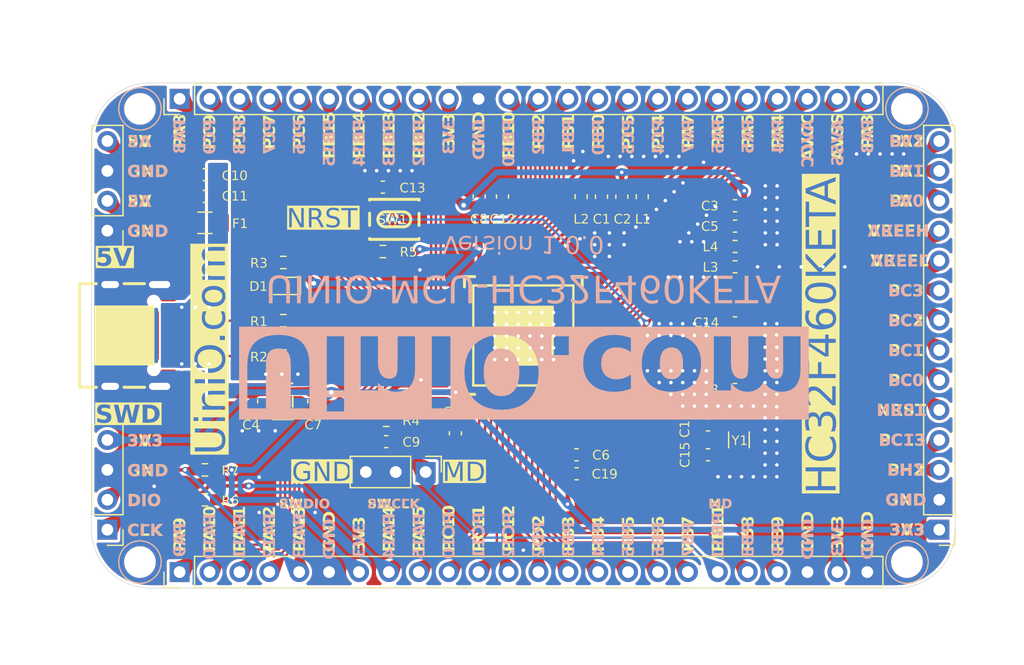
<source format=kicad_pcb>
(kicad_pcb (version 20240108) (generator "pcbnew") (generator_version "8.0")
  (title_block (title "UINIO-MCU-HC32F460KETA") (date "2024-08-20") (rev "Version 1.0.0") (company "UinIO.com 电子技术实验室"))
  (layers (0 "F.Cu" signal) (31 "B.Cu" signal) (34 "B.Paste" user) (35 "F.Paste" user) (36 "B.SilkS" user "B.Silkscreen") (37 "F.SilkS" user "F.Silkscreen") (38 "B.Mask" user) (39 "F.Mask" user) (44 "Edge.Cuts" user))
  (net 0 "")
  (net 1 "GND")
  (net 2 "VCC_5V")
  (net 3 "/AVCC{slash}VREFH")
  (net 4 "/PB11{slash}MD")
  (net 5 "Net-(U2-VCAP_1)")
  (net 6 "/NRST")
  (net 7 "Net-(U2-PC14{slash}XTAL32_OUT)")
  (net 8 "Net-(U2-PC15{slash}XTAL32_IN)")
  (net 9 "Net-(D1-A)")
  (net 10 "/PA12")
  (net 11 "/PB13")
  (net 12 "/PB8")
  (net 13 "/PC10")
  (net 14 "/PC9")
  (net 15 "/PC11")
  (net 16 "/PB4")
  (net 17 "/PA8")
  (net 18 "/PB3")
  (net 19 "/PB5")
  (net 20 "/PD2")
  (net 21 "/PC7")
  (net 22 "/PB9")
  (net 23 "/PB6")
  (net 24 "/PC6")
  (net 25 "/PA9")
  (net 26 "/PC12")
  (net 27 "/PB15")
  (net 28 "/PB14")
  (net 29 "/PA10")
  (net 30 "/PB7")
  (net 31 "/PC8")
  (net 32 "/PA11")
  (net 33 "/PA15")
  (net 34 "/PB12")
  (net 35 "/PA13{slash}JTMS_SWDIO")
  (net 36 "/PA14{slash}JTCK_SWCLK")
  (net 37 "/AVSS{slash}VREFL")
  (net 38 "/PB10")
  (net 39 "/PA0")
  (net 40 "/PC4")
  (net 41 "/PA7")
  (net 42 "/PB2")
  (net 43 "/PC2")
  (net 44 "/PA4")
  (net 45 "/PH2")
  (net 46 "/PC3")
  (net 47 "/PC1")
  (net 48 "/PA2")
  (net 49 "/PA5")
  (net 50 "/PA6")
  (net 51 "/PA1")
  (net 52 "/PA3")
  (net 53 "/PC13")
  (net 54 "/PC0")
  (net 55 "/PB1")
  (net 56 "/PB0")
  (net 57 "/PC5")
  (net 58 "Net-(USB1-CC1)")
  (net 59 "Net-(USB1-CC2)")
  (net 60 "Net-(U2-PH0{slash}XTAL_IN)")
  (net 61 "Net-(U2-PH1{slash}XTAL_OUT)")
  (net 65 "Net-(C14-Pad2)")
  (net 66 "Net-(C18-Pad2)")
  (net 71 "VCC_3.3V")
  (net 72 "/AVCC")
  (net 73 "/AVSS")
  (net 74 "Net-(J5-Pin_2)")
  (footprint "Inductor_SMD:L_0603_1608Metric" (layer "F.Cu") (at 169.1675 96.27 180)
    (property "Reference" "L3")
    (property "Value" "1K 100MHz")
  )
  (footprint "Resistor_SMD:R_0603_1608Metric" (layer "F.Cu") (at 139.53 109.31 180)
    (property "Reference" "R4")
    (property "Value" "4.7K")
  )
  (footprint "Capacitor_SMD:C_0603_1608Metric" (layer "F.Cu") (at 159.55 90.31 90)
    (property "Reference" "C2")
    (property "Value" "1uF")
  )
  (footprint "Uinio:SOT-23-5_L3.0-W1.7-P0.95-LS2.8-BL" (layer "F.Cu") (at 130.7355 107.7 -90)
    (property "Reference" "U1")
    (property "Value" "ME6211C33M5G")
  )
  (footprint "Capacitor_SMD:C_0603_1608Metric" (layer "F.Cu") (at 157.82 90.31 90)
    (property "Reference" "C1")
    (property "Value" "0.1uF")
  )
  (footprint "Capacitor_SMD:C_0603_1608Metric" (layer "F.Cu") (at 145.41 110.415 90)
    (property "Reference" "C17")
    (property "Value" "0.1uF")
  )
  (footprint "Inductor_SMD:L_0603_1608Metric" (layer "F.Cu") (at 169.1675 94.54 180)
    (property "Reference" "L4")
    (property "Value" "1K 100MHz")
  )
  (footprint "Uinio:Hole-2mm" (layer "F.Cu") (at 118.61 121.35)
    (property "Reference" "HOLE**" (hide yes))
    (property "Value" "Hole-2mm" (hide yes))
  )
  (footprint "Capacitor_SMD:C_0603_1608Metric" (layer "F.Cu") (at 128.1 107.695 90)
    (property "Reference" "C4")
    (property "Value" "1uF")
  )
  (footprint "Uinio:Hole-2mm" (layer "F.Cu") (at 118.61 82.85)
    (property "Reference" "HOLE**" (hide yes))
    (property "Value" "Hole-2mm" (hide yes))
  )
  (footprint "Inductor_SMD:L_0603_1608Metric" (layer "F.Cu") (at 156.09 90.31 -90)
    (property "Reference" "L2")
    (property "Value" "1K 100MHz")
  )
  (footprint "Resistor_SMD:R_0603_1608Metric" (layer "F.Cu") (at 139.245 94.97 180)
    (property "Reference" "R5")
    (property "Value" "10K")
  )
  (footprint "Capacitor_SMD:C_0603_1608Metric" (layer "F.Cu") (at 139.53 111.12)
    (property "Reference" "C9")
    (property "Value" "0.1uF")
  )
  (footprint "Crystal:Crystal_SMD_3215-2Pin_3.2x1.5mm" (layer "F.Cu") (at 169.4975 110.970001 90)
    (property "Reference" "Y1")
    (property "Value" "32.768KHz")
  )
  (footprint "Connector_PinHeader_2.54mm:PinHeader_1x03_P2.54mm_Vertical" (layer "F.Cu") (at 142.88 113.7 -90)
    (property "Reference" "J4" (hide yes))
    (property "Value" "Conn_01x03_Pin")
  )
  (footprint "Capacitor_SMD:C_0603_1608Metric" (layer "F.Cu") (at 147.43 90.295 -90)
    (property "Reference" "C8")
    (property "Value" "0.1uF")
  )
  (footprint "Connector_PinHeader_2.54mm:PinHeader_1x04_P2.54mm_Vertical" (layer "F.Cu") (at 115.84 93.2 180)
    (property "Reference" "J5" (hide yes))
    (property "Value" "Conn_01x04_Pin")
  )
  (footprint "Uinio:USB_Type_C_16Pin" (layer "F.Cu") (at 118.56 102.1 -90)
    (property "Reference" "USB1" (hide yes))
    (property "Value" "USB_Type_C_16Pin")
  )
  (footprint "Resistor_SMD:R_0603_1608Metric" (layer "F.Cu") (at 124.13 113.52)
    (property "Reference" "R7")
    (property "Value" "10K")
  )
  (footprint "Capacitor_SMD:C_0603_1608Metric" (layer "F.Cu") (at 133.38 107.695 90)
    (property "Reference" "C7")
    (property "Value" "1uF")
  )
  (footprint "Capacitor_SMD:C_0603_1608Metric" (layer "F.Cu") (at 155.715 113.85 180)
    (property "Reference" "C19")
    (property "Value" "4.7uF")
  )
  (footprint "Resistor_SMD:R_0603_1608Metric" (layer "F.Cu") (at 124.13 116.06 180)
    (property "Reference" "R6")
    (property "Value" "10K")
  )
  (footprint "Connector_PinHeader_2.54mm:PinHeader_1x24_P2.54mm_Vertical" (layer "F.Cu") (at 121.98 82 90)
    (property "Reference" "J3" (hide yes))
    (property "Value" "Conn_01x24_Pin")
  )
  (footprint "Connector_PinHeader_2.54mm:PinHeader_1x14_P2.54mm_Vertical" (layer "F.Cu") (at 186.52 118.6 180)
    (property "Reference" "J1" (hide yes))
    (property "Value" "Conn_01x14_Pin")
  )
  (footprint "Capacitor_SMD:C_0603_1608Metric" (layer "F.Cu") (at 149.41 90.295 -90)
    (property "Reference" "C12")
    (property "Value" "0.1uF")
  )
  (footprint "Uinio:SW-SMD_4P-L4.2-W3.4-P2.15-LS4.7" (layer "F.Cu") (at 140.22 92.235 180)
    (property "Reference" "SW1")
    (property "Value" "NRST")
  )
  (footprint "Capacitor_SMD:C_0603_1608Metric" (layer "F.Cu") (at 124.13 90.29)
    (property "Reference" "C11")
    (property "Value" "1uF")
  )
  (footprint "Capacitor_SMD:C_0603_1608Metric" (layer "F.Cu") (at 155.705 112.24 180)
    (property "Reference" "C6")
    (property "Value" "0.1uF")
  )
  (footprint "LED_SMD:LED_0603_1608Metric" (layer "F.Cu") (at 130.765 97.89 180)
    (property "Reference" "D1")
    (property "Value" "LED-RED")
  )
  (footprint "Uinio:Hole-2mm" (layer "F.Cu") (at 183.77 82.85)
    (property "Reference" "HOLE**" (hide yes))
    (property "Value" "Hole-2mm" (hide yes))
  )
  (footprint "Resistor_SMD:R_0603_1608Metric" (layer "F.Cu") (at 130.785 100.84)
    (property "Reference" "R1")
    (property "Value" "5.1K")
  )
  (footprint "Capacitor_SMD:C_0603_1608Metric" (layer "F.Cu") (at 169.165 106.69 180)
    (property "Reference" "C18")
    (property "Value" "10pF")
  )
  (footprint "Inductor_SMD:L_0603_1608Metric" (layer "F.Cu") (at 161.28 90.31 -90)
    (property "Reference" "L1")
    (property "Value" "1K 100MHz")
  )
  (footprint "Capacitor_SMD:C_0603_1608Metric" (layer "F.Cu") (at 169.165 101.03)
    (property "Reference" "C14")
    (property "Value" "10pF")
  )
  (footprint "Capacitor_SMD:C_0603_1608Metric" (layer "F.Cu") (at 139.245 89.5)
    (property "Reference" "C13")
    (property "Value" "0.1uF")
  )
  (footprint "Resistor_SMD:R_0603_1608Metric" (layer "F.Cu") (at 130.785 95.9)
    (property "Reference" "R3")
    (property "Value" "2K")
  )
  (footprint "Capacitor_SMD:C_0603_1608Metric" (layer "F.Cu") (at 169.1675 91.08)
    (property "Reference" "C3")
    (property "Value" "1uF")
  )
  (footprint "Resistor_SMD:R_0603_1608Metric" (layer "F.Cu") (at 130.785 103.85)
    (property "Reference" "R2")
    (property "Value" "5.1K")
  )
  (footprint "Capacitor_SMD:C_0603_1608Metric" (layer "F.Cu") (at 124.13 88.44)
    (property "Reference" "C10")
    (property "Value" "0.1uF")
  )
  (footprint "Connector_PinHeader_2.54mm:PinHeader_1x04_P2.54mm_Vertical" (layer "F.Cu") (at 115.84 118.6 180)
    (property "Reference" "J6" (hide yes))
    (property "Value" "Conn_01x04_Pin")
  )
  (footprint "Capacitor_SMD:C_0603_1608Metric" (layer "F.Cu") (at 169.1675 92.81)
    (property "Reference" "C5")
    (property "Value" "0.1uF")
  )
  (footprint "Fuse:Fuse_1206_3216Metric" (layer "F.Cu") (at 124.13 92.53)
    (property "Reference" "F1")
    (property "Value" "Fuse")
  )
  (footprint "Capacitor_SMD:C_0603_1608Metric" (layer "F.Cu") (at 166.865 109.7)
    (property "Reference" "C16")
    (property "Value" "10pF")
  )
  (footprint "Uinio:LQFP-64_L10.0-W10.0-P0.50-LS12.0-BL" (layer "F.Cu") (at 151.18 102.1 90)
    (property "Reference" "U2" (hide yes))
    (property "Value" "HC32F460KETA-LQFP64")
  )
  (footprint "Capacitor_SMD:C_0603_1608Metric" (layer "F.Cu") (at 166.865 112.240002)
    (property "Reference" "C15")
    (property "Value" "10pF")
  )
  (footprint "Connector_PinHeader_2.54mm:PinHeader_1x24_P2.54mm_Vertical" (layer "F.Cu") (at 121.98 122.2 90)
    (property "Reference" "J2" (hide yes))
    (property "Value" "Conn_01x24_Pin")
  )
  (footprint "Crystal:Crystal_SMD_3225-4Pin_3.2x2.5mm" (layer "F.Cu") (at 168.945 103.86 -90)
    (property "Reference" "Y2" (hide yes))
    (property "Value" "8MHz")
  )
  (footprint "Uinio:Hole-2mm" (layer "F.Cu") (at 183.77 121.35)
    (property "Reference" "HOLE**" (hide yes))
    (property "Value" "Hole-2mm" (hide yes))
  )
  (gr_rect (start 148.72 99.62) (end 153.72 104.62) (stroke (width 0.1)) (fill solid) (layer "F.SilkS"))
  (gr_rect (start 114.79 99.6) (end 119.79 104.6) (stroke (width 0.1)) (fill solid) (layer "F.SilkS"))
  (gr_line (start 119.49 80.64) (end 182.88 80.64) (stroke (width 0.05)) (layer "Edge.Cuts"))
  (gr_line (start 182.88 123.56) (end 119.49 123.56) (stroke (width 0.05)) (layer "Edge.Cuts"))
  (gr_arc (start 187.88 118.56) (mid 186.415534 122.095534) (end 182.88 123.56) (stroke (width 0.05)) (layer "Edge.Cuts"))
  (gr_line (start 187.88 85.64) (end 187.88 118.56) (stroke (width 0.05)) (layer "Edge.Cuts"))
  (gr_line (start 114.49 118.56) (end 114.49 85.64) (stroke (width 0.05)) (layer "Edge.Cuts"))
  (gr_arc (start 119.49 123.56) (mid 115.954466 122.095534) (end 114.49 118.56) (stroke (width 0.05)) (layer "Edge.Cuts"))
  (gr_arc (start 182.88 80.64) (mid 186.415534 82.104466) (end 187.88 85.64) (stroke (width 0.05)) (layer "Edge.Cuts"))
  (gr_arc (start 114.49 85.64) (mid 115.954466 82.104466) (end 119.49 80.64) (stroke (width 0.05)) (layer "Edge.Cuts"))
  (gr_text "PA9" (at 122.63 117.99 90) (layer "B.SilkS") (effects (font (size 1 1) (thickness 0.2) (bold yes)) (justify left bottom mirror)))
  (gr_text "PA6" (at 168.365642 83.72 90) (layer "B.SilkS") (effects (font (size 1 1) (thickness 0.2) (bold yes)) (justify left bottom mirror)))
  (gr_text "PC13" (at 181.36693 110.28846 180) (layer "B.SilkS") (effects (font (size 1 1) (thickness 0.2) (bold yes)) (justify left bottom mirror)))
  (gr_text "PB0" (at 158.202166 83.72 90) (layer "B.SilkS") (effects (font (size 1 1) (thickness 0.2) (bold yes)) (justify left bottom mirror)))
  (gr_text "PC7" (at 130.252607 83.72 90) (layer "B.SilkS") (effects (font (size 1 1) (thickness 0.2) (bold yes)) (justify left bottom mirror)))
  (gr_text "PB1" (at 155.661297 83.72 90) (layer "B.SilkS") (effects (font (size 1 1) (thickness 0.2) (bold yes)) (justify left bottom mirror)))
  (gr_text "PB10" (at 150.579559 83.72 90) (layer "B.SilkS") (effects (font (size 1 1) (thickness 0.2) (bold yes)) (justify left bottom mirror)))
  (gr_text "PC10" (at 145.497821 117.091187 90) (layer "B.SilkS") (effects (font (size 1 1) (thickness 0.2) (bold yes)) (justify left bottom mirror)))
  (gr_text "UinIO.com" (at 151.18 101.15 180) (layer "B.SilkS" knockout) (effects (font (size 6 6) (thickness 1.4) (bold yes)) (justify bottom mirror)))
  (gr_text "GND" (at 175.988249 117.664669 90) (layer "B.SilkS") (effects (font (size 1 1) (thickness 0.2) (bold yes)) (justify left bottom mirror)))
  (gr_text "PA5" (at 170.906511 83.72 90) (layer "B.SilkS") (effects (font (size 1 1) (thickness 0.2) (bold yes)) (justify left bottom mirror)))
  (gr_text "GND" (at 181.07 117.664669 90) (layer "B.SilkS") (effects (font (size 1 1) (thickness 0.2) (bold yes)) (justify left bottom mirror)))
  (gr_text "3V3" (at 145.497821 83.72 90) (layer "B.SilkS") (effects (font (size 1 1) (thickness 0.2) (bold yes)) (justify left bottom mirror)))
  (gr_text "PA0" (at 182.265743 89.97462 180) (layer "B.SilkS") (effects (font (size 1 1) (thickness 0.2) (bold yes)) (justify left bottom mirror)))
  (gr_text "PC1" (at 182.17 102.67077 180) (layer "B.SilkS") (effects (font (size 1 1) (thickness 0.2) (bold yes)) (justify left bottom mirror)))
  (gr_text "3V3" (at 117.53 110.339131 180) (layer "B.SilkS") (effects (font (size 1 1) (thickness 0.2) (bold yes)) (justify left bottom mirror)))
  (gr_text "3V3" (at 137.875214 117.993908 90) (layer "B.SilkS") (effects (font (size 1 1) (thickness 0.2) (bold yes)) (justify left bottom mirror)))
  (gr_text "VREFH" (at 180.439784 92.51385 180) (layer "B.SilkS") (effects (font (size 1 1) (thickness 0.2) (bold yes)) (justify left bottom mirror)))
  (gr_text "DIO" (at 117.53 115.42 180) (layer "B.SilkS") (effects (font (size 1 1) (thickness 0.2) (bold yes)) (justify left bottom mirror)))
  (gr_text "PC5" (at 160.743035 83.72 90) (layer "B.SilkS") (effects (font (size 1 1) (thickness 0.2) (bold yes)) (justify left bottom mirror)))
  (gr_text "PB3" (at 155.661297 117.916728 90) (layer "B.SilkS") (effects (font (size 1 1) (thickness 0.2) (bold yes)) (justify left bottom mirror)))
  (gr_text "SWCLK" (at 137.930701 115.85 180) (layer "B.SilkS") (effects (font (size 0.8 0.8) (thickness 0.2) (bold yes)) (justify left bottom mirror)))
  (gr_text "PB14" (at 137.875214 83.72 90) (layer "B.SilkS") (effects (font (size 1 1) (thickness 0.2) (bold yes)) (justify left bottom mirror)))
  (gr_text "PB12" (at 142.956952 83.72 90) (layer "B.SilkS") (effects (font (size 1 1) (thickness 0.2) (bold yes)) (justify left bottom mirror)))
  (gr_text "GND" (at 117.53 87.457393 180) (layer "B.SilkS") (effects (font (size 1 1) (thickness 0.2) (bold yes)) (justify left bottom mirror)))
  (gr_text "GND" (at 148.03869 83.72 90) (layer "B.SilkS") (effects (font (size 1 1) (thickness 0.2) (bold yes)) (justify left bottom mirror)))
  (gr_text "PA14" (at 140.416083 117.18693 90) (layer "B.SilkS") (effects (font (size 1 1) (thickness 0.2) (bold yes)) (justify left bottom mirror)))
  (gr_text "5V" (at 117.53 84.916524 180) (layer "B.SilkS") (effects (font (size 1 1) (thickness 0.2) (bold yes)) (justify left bottom mirror)))
  (gr_text "PC3" (at 182.17 97.59231 180) (layer "B.SilkS") (effects (font (size 1 1) (thickness 0.2) (bold yes)) (justify left bottom mirror)))
  (gr_text "PA2" (at 182.265743 84.89616 180) (layer "B.SilkS") (effects (font (size 1 1) (thickness 0.2) (bold yes)) (justify left bottom mirror)))
  (gr_text "PA10" (at 125.170869 117.18693 90) (layer "B.SilkS") (effects (font (size 1 1) (thickness 0.2) (bold yes)) (justify left bottom mirror)))
  (gr_text "PC2" (at 182.17 100.13154 180) (layer "B.SilkS") (effects (font (size 1 1) (thickness 0.2) (bold yes)) (justify left bottom mirror)))
  (gr_text "SWDIO" (at 130.42 115.85 180) (layer "B.SilkS") (effects (font (size 0.8 0.8) (thickness 0.2) (bold yes)) (justify left bottom mirror)))
  (gr_text "PC0" (at 182.17 105.21 180) (layer "B.SilkS") (effects (font (size 1 1) (thickness 0.2) (bold yes)) (justify left bottom mirror)))
  (gr_text "3V3" (at 178.529118 117.91 90) (layer "B.SilkS") (effects (font (size 1 1) (thickness 0.2) (bold yes)) (justify left bottom mirror)))
  (gr_text "PC9" (at 125.170869 83.72 90) (layer "B.SilkS") (effects (font (size 1 1) (thickness 0.2) (bold yes)) (justify left bottom mirror)))
  (gr_text "PB6" (at 163.283904 117.916728 90) (layer "B.SilkS") (effects (font (size 1 1) (thickness 0.2) (bold yes)) (justify left bottom mirror)))
  (gr_text "PC8" (at 127.711738 83.72 90) (layer "B.SilkS") (effects (font (size 1 1) (thickness 0.2) (bold yes)) (justify left bottom mirror)))
  (gr_text "PA3" (at 181.07 83.72 90) (layer "B.SilkS") (effects (font (size 1 1) (thickness 0.2) (bold yes)) (justify left bottom mirror)))
  (gr_text "CLK\n" (at 117.53 117.95 180) (layer "B.SilkS") (effects (font (size 1 1) (thickness 0.2) (bold yes)) (justify left bottom mirror)))
  (gr_text "PB9" (at 173.44738 117.916728 90) (layer "B.SilkS") (effects (font (size 1 1) (thickness 0.2) (bold yes)) (justify left bottom mirror)))
  (gr_text "PB11" (at 168.365642 117.113657 90) (layer "B.SilkS") (effects (font (size 1 1) (thickness 0.2) (bold yes)) (justify left bottom mirror)))
  (gr_text "PB15" (at 135.334345 83.72 90) (layer "B.SilkS") (effects (font (size 1 1) (thickness 0.2) (bold yes)) (justify left bottom mirror)))
  (gr_text "PB2" (at 153.120428 83.72 90) (layer "B.SilkS") (effects (font (size 1 1) (thickness 0.2) (bold yes)) (justify left bottom mirror)))
  (gr_text "PA4" (at 173.44738 83.72 90) (layer "B.SilkS") (effects (font (size 1 1) (thickness 0.2) (bold yes)) (justify left bottom mirror)))
  (gr_text "GND" (at 117.53 112.88 180) (layer "B.SilkS") (effects (font (size 1 1) (thickness 0.2) (bold yes)) (justify left bottom mirror)))
  (gr_text "MD" (at 166.89 115.85 180) (layer "B.SilkS") (effects (font (size 0.8 0.8) (thickness 0.2) (bold yes)) (justify left bottom mirror)))
  (gr_text "PA13" (at 132.793476 117.18693 90) (layer "B.SilkS") (effects (font (size 1 1) (thickness 0.2) (bold yes)) (justify left bottom mirror)))
  (gr_text "PC12" (at 150.579559 117.091187 90) (layer "B.SilkS") (effects (font (size 1 1) (thickness 0.2) (bold yes)) (justify left bottom mirror)))
  (gr_text "PD2" (at 153.120428 117.900119 90) (layer "B.SilkS") (effects (font (size 1 1) (thickness 0.2) (bold yes)) (justify left bottom mirror)))
  (gr_text "PA7" (at 165.824773 83.72 90) (layer "B.SilkS") (effects (font (size 1 1) (thickness 0.2) (bold yes)) (justify left bottom mirror)))
  (gr_text "PA1" (at 182.265743 87.43539 180) (layer "B.SilkS") (effects (font (size 1 1) (thickness 0.2) (bold yes)) (justify left bottom mirror)))
  (gr_text "PB5" (at 160.743035 117.916728 90) (layer "B.SilkS") (effects (font (size 1 1) (thickness 0.2) (bold yes)) (justify left bottom mirror)))
  (gr_text "PB7" (at 165.824773 117.916728 90) (layer "B.SilkS") (effects (font (size 1 1) (thickness 0.2) (bold yes)) (justify left bottom mirror)))
  (gr_text "PA15" (at 142.956952 117.18693 90) (layer "B.SilkS") (effects (font (size 1 1) (thickness 0.2) (bold yes)) (justify left bottom mirror)))
  (gr_text "AVSS" (at 178.529118 83.72 90) (layer "B.SilkS") (effects (font (size 1 1) (thickness 0.2) (bold yes)) (justify left bottom mirror)))
  (gr_text "PA12" (at 130.252607 117.18693 90) (layer "B.SilkS") (effects (font (size 1 1) (thickness 0.2) (bold yes)) (justify left bottom mirror)))
  (gr_text "NRST" (at 181.184236 107.74923 180) (layer "B.SilkS") (effects (font (size 1 1) (thickness 0.2) (bold yes)) (justify left bottom mirror)))
  (gr_text "UINIO-MCU-HC32F460KETA" (at 151.18 96.63 180) (layer "B.SilkS") (effects (font (size 2.3 2.3) (thickness 0.3125)) (justify bottom mirror)))
  (gr_text "PA11" (at 127.711738 117.18693 90) (layer "B.SilkS") (effects (font (size 1 1) (thickness 0.2) (bold yes)) (justify left bottom mirror)))
  (gr_text "PB8" (at 170.906511 117.916728 90) (layer "B.SilkS") (effects (font (size 1 1) (thickness 0.2) (bold yes)) (justify left bottom mirror)))
  (gr_text "3V3" (at 182.269651 117.90616 180) (layer "B.SilkS") (effects (font (size 1 1) (thickness 0.2) (bold yes)) (justify left bottom mirror)))
  (gr_text "PH2" (at 182.096727 112.82769 180) (layer "B.SilkS") (effects (font (size 1 1) (thickness 0.2) (bold yes)) (justify left bottom mirror)))
  (gr_text "PA8" (at 122.63 83.72 90) (layer "B.SilkS") (effects (font (size 1 1) (thickness 0.2) (bold yes)) (justify left bottom mirror)))
  (gr_text "Version 1.0.0" (at 151.180001 93.4 180) (layer "B.SilkS") (effects (font (size 1.5 1.5) (thickness 0.3125)) (justify bottom mirror)))
  (gr_text "PC6" (at 132.793476 83.72 90) (layer "B.SilkS") (effects (font (size 1 1) (thickness 0.2) (bold yes)) (justify left bottom mirror)))
  (gr_text "GND" (at 181.940412 115.36692 180) (layer "B.SilkS") (effects (font (size 1 1) (thickness 0.2) (bold yes)) (justify left bottom mirror)))
  (gr_text "VREFL" (at 180.670349 95.05308 180) (layer "B.SilkS") (effects (font (size 1 1) (thickness 0.2) (bold yes)) (justify left bottom mirror)))
  (gr_text "PB13" (at 140.416083 83.72 90) (layer "B.SilkS") (effects (font (size 1 1) (thickness 0.2) (bold yes)) (justify left bottom mirror)))
  (gr_text "AVCC" (at 175.988249 83.72 90) (layer "B.SilkS") (effects (font (size 1 1) (thickness 0.2) (bold yes)) (justify left bottom mirror)))
  (gr_text "5V" (at 117.53 89.998262 180) (layer "B.SilkS") (effects (font (size 1 1) (thickness 0.2) (bold yes)) (justify left bottom mirror)))
  (gr_text "GND" (at 117.53 92.539131 180) (layer "B.SilkS") (effects (font (size 1 1) (thickness 0.2) (bold yes)) (justify left bottom mirror)))
  (gr_text "GND" (at 135.334345 117.664669 90) (layer "B.SilkS") (effects (font (size 1 1) (thickness 0.2) (bold yes)) (justify left bottom mirror)))
  (gr_text "PB4" (at 158.202166 117.916728 90) (layer "B.SilkS") (effects (font (size 1 1) (thickness 0.2) (bold yes)) (justify left bottom mirror)))
  (gr_text "PC11" (at 148.03869 117.091187 90) (layer "B.SilkS") (effects (font (size 1 1) (thickness 0.2) (bold yes)) (justify left bottom mirror)))
  (gr_text "PC4" (at 163.283904 83.72 90) (layer "B.SilkS") (effects (font (size 1 1) (thickness 0.2) (bold yes)) (justify left bottom mirror)))
  (gr_text "GND" (at 181.07 120.5 90) (layer "F.SilkS") (effects (font (size 1 1) (thickness 0.2) (bold yes)) (justify left bottom)))
  (gr_text "PB14" (at 137.875214 87.106343 90) (layer "F.SilkS") (effects (font (size 1 1) (thickness 0.2) (bold yes)) (justify left bottom)))
  (gr_text "5V" (at 117.53 91.339131 0) (layer "F.SilkS") (effects (font (size 1 1) (thickness 0.2) (bold yes)) (justify left bottom)))
  (gr_text "PA6" (at 168.365642 86.23 90) (layer "F.SilkS") (effects (font (size 1 1) (thickness 0.2) (bold yes)) (justify left bottom)))
  (gr_text "3V3" (at 178.529118 120.416092 90) (layer "F.SilkS") (effects (font (size 1 1) (thickness 0.2) (bold yes)) (justify left bottom)))
  (gr_text "PC1" (at 182.166734 104.01461 0) (layer "F.SilkS") (effects (font (size 1 1) (thickness 0.2) (bold yes)) (justify left bottom)))
  (gr_text "PA3" (at 181.07 86.23 90) (layer "F.SilkS") (effects (font (size 1 1) (thickness 0.2) (bold yes)) (justify left bottom)))
  (gr_text "PA8" (at 122.63 86.23 90) (layer "F.SilkS") (effects (font (size 1 1) (thickness 0.2) (bold yes)) (justify left bottom)))
  (gr_text "3V3" (at 145.497821 86.226092 90) (layer "F.SilkS") (effects (font (size 1 1) (thickness 0.2) (bold yes)) (justify left bottom)))
  (gr_text "VREFH" (at 180.439784 93.85769 0) (layer "F.SilkS") (effects (font (size 1 1) (thickness 0.2) (bold yes)) (justify left bottom)))
  (gr_text "PB10" (at 150.579559 87.106343 90) (layer "F.SilkS") (effects (font (size 1 1) (thickness 0.2) (bold yes)) (justify left bottom)))
  (gr_text "PA7" (at 165.824773 86.23 90) (layer "F.SilkS") (effects (font (size 1 1) (thickness 0.2) (bold yes)) (justify left bottom)))
  (gr_text "PA11" (at 127.711738 120.5 90) (layer "F.SilkS") (effects (font (size 1 1) (thickness 0.2) (bold yes)) (justify left bottom)))
  (gr_text "PC12" (at 150.579559 120.5 90) (layer "F.SilkS") (effects (font (size 1 1) (thickness 0.2) (bold yes)) (justify left bottom)))
  (gr_text "3V3" (at 117.53 111.68 0) (layer "F.SilkS") (effects (font (size 1 1) (thickness 0.2) (bold yes)) (justify left bottom)))
  (gr_text "PD2" (at 153.120428 120.5 90) (layer "F.SilkS") (effects (font (size 1 1) (thickness 0.2) (bold yes)) (justify left bottom)))
  (gr_text "AVSS" (at 178.529118 87.230418 90) (layer "F.SilkS") (effects (font (size 1 1) (thickness 0.2) (bold yes)) (justify left bottom)))
  (gr_text "PC9" (at 125.170869 86.325743 90) (layer "F.SilkS") (effects (font (size 1 1) (thickness 0.2) (bold yes)) (justify left bottom)))
  (gr_text "PC3" (at 182.166734 98.93615 0) (layer "F.SilkS") (effects (font (size 1 1) (thickness 0.2) (bold yes)) (justify left bottom)))
  (gr_text "PC0" (at 182.166734 106.55384 0) (layer "F.SilkS") (effects (font (size 1 1) (thickness 0.2) (bold yes)) (justify left bottom)))
  (gr_text "PB8" (at 170.906511 120.5 90) (layer "F.SilkS") (effects (font (size 1 1) (thickness 0.2) (bold yes)) (justify left bottom)))
  (gr_text "PA15" (at 142.956952 120.5 90) (layer "F.SilkS") (effects (font (size 1 1) (thickness 0.2) (bold yes)) (justify left bottom)))
  (gr_text "VREFL" (at 180.670349 96.39692 0) (layer "F.SilkS") (effects (font (size 1 1) (thickness 0.2) (bold yes)) (justify left bottom)))
  (gr_text "PB2" (at 153.120428 86.303272 90) (layer "F.SilkS") (effects (font (size 1 1) (thickness 0.2) (bold yes)) (justify left bottom)))
  (gr_text "5V" (at 117.53 86.257393 0) (layer "F.SilkS") (effects (font (size 1 1) (thickness 0.2) (bold yes)) (justify left bottom)))
  (gr_text "PA4" (at 173.44738 86.23 90) (layer "F.SilkS") (effects (font (size 1 1) (thickness 0.2) (bold yes)) (justify left bottom)))
  (gr_text "3V3" (at 137.875214 120.5 90) (layer "F.SilkS") (effects (font (size 1 1) (thickness 0.2) (bold yes)) (justify left bottom)))
  (gr_text "PC11" (at 148.03869 120.5 90) (layer "F.SilkS") (effects (font (size 1 1) (thickness 0.2) (bold yes)) (justify left bottom)))
  (gr_text "PB12" (at 142.956952 87.106343 90) (layer "F.SilkS") (effects (font (size 1 1) (thickness 0.2) (bold yes)) (justify left bottom)))
  (gr_text "PB6" (at 163.283904 120.5 90) (layer "F.SilkS") (effects (font (size 1 1) (thickness 0.2) (bold yes)) (justify left bottom)))
  (gr_text "DIO" (at 117.53 116.753912 0) (layer "F.SilkS") (effects (font (size 1 1) (thickness 0.2) (bold yes)) (justify left bottom)))
  (gr_text "PA9" (at 122.63 120.5 90) (layer "F.SilkS") (effects (font (size 1 1) (thickness 0.2) (bold yes)) (justify left bottom)))
  (gr_text "GND" (at 148.03869 86.555331 90) (layer "F.SilkS") (effects (font (size 1 1) (thickness 0.2) (bold yes)) (justify left bottom)))
  (gr_text "PA10" (at 125.170869 120.5 90) (layer "F.SilkS") (effects (font (size 1 1) (thickness 0.2) (bold yes)) (justify left bottom)))
  (gr_text "PC4" (at 163.283904 86.325743 90) (layer "F.SilkS") (effects (font (size 1 1) (thickness 0.2) (bold yes)) (justify left bottom)))
  (gr_text "PB7" (at 165.824773 120.5 90) (layer "F.SilkS") (effects (font (size 1 1) (thickness 0.2) (bold yes)) (justify left bottom)))
  (gr_text "PB13" (at 140.416083 87.106343 90) (layer "F.SilkS") (effects (font (size 1 1) (thickness 0.2) (bold yes)) (justify left bottom)))
  (gr_text "HC32F460KETA" (at 178.14 102.100001 90) (layer "F.SilkS" knockout) (effects (font (size 2.5 2.5) (thickness 0.3125)) (justify bottom)))
  (gr_text "MD" (at 166.89 116.92 0) (layer "F.SilkS") (effects (font (size 0.8 0.8) (thickness 0.2) (bold yes)) (justify left bottom)))
  (gr_text "SWDIO" (at 130.419469 116.92 0) (layer "F.SilkS") (effects (font (size 0.8 0.8) (thickness 0.2) (bold yes)) (justify left bottom)))
  (gr_text "NRST" (at 131.07 93.18 0) (layer "F.SilkS" knockout) (effects (font (size 1.6 1.6) (thickness 0.25)) (justify left bottom)))
  (gr_text "PB15" (at 135.334345 87.106343 90) (layer "F.SilkS") (effects (font (size 1 1) (thickness 0.2) (bold yes)) (justify left bottom)))
  (gr_text "PB11" (at 168.365642 120.5 90) (layer "F.SilkS") (effects (font (size 1 1) (thickness 0.2) (bold yes)) (justify left bottom)))
  (gr_text "PA14" (at 140.416083 120.5 90) (layer "F.SilkS") (effects (font (size 1 1) (thickness 0.2) (bold yes)) (justify left bottom)))
  (gr_text "PB3" (at 155.661297 120.5 90) (layer "F.SilkS") (effects (font (size 1 1) (thickness 0.2) (bold yes)) (justify left bottom)))
  (gr_text "3V3" (at 182.266385 119.25 0) (layer "F.SilkS") (effects (font (size 1 1) (thickness 0.2) (bold yes)) (justify left bottom)))
  (gr_text "GND" (at 181.937146 116.71076 0) (layer "F.SilkS") (effects (font (size 1 1) (thickness 0.2) (bold yes)) (justify left bottom)))
  (gr_text "NRST" (at 181.18097 109.09307 0) (layer "F.SilkS") (effects (font (size 1 1) (thickness 0.2) (bold yes)) (justify left bottom)))
  (gr_text "PA0" (at 182.265743 91.31846 0) (layer "F.SilkS") (effects (font (size 1 1) (thickness 0.2) (bold yes)) (justify left bottom)))
  (gr_text "PA2" (at 182.262477 86.24 0) (layer "F.SilkS") (effects (font (size 1 1) (thickness 0.2) (bold yes)) (justify left bottom)))
  (gr_text "GND" (at 117.53 114.216956 0) (layer "F.SilkS") (effects (font (size 1 1) (thickness 0.2) (bold yes)) (justify left bottom)))
  (gr_text "PC5" (at 160.743035 86.325743 90) (layer "F.SilkS") (effects (font (size 1 1) (thickness 0.2) (bold yes)) (justify left bottom)))
  (gr_text "PC7" (at 130.252607 86.325743 90) (layer "F.SilkS") (effects (font (size 1 1) (thickness 0.2) (bold yes)) (justify left bottom)))
  (gr_text "UinIO.com" (at 126.25 103.27 90) (layer "F.SilkS" knockout) (effects (font (size 2.5 2.5) (thickness 0.3125)) (justify bottom)))
  (gr_text "AVCC" (at 175.988249 87.331046 90) (layer "F.SilkS") (effects (font (size 1 1) (thickness 0.2) (bold yes)) (justify left bottom)))
  (gr_text "PB9" (at 173.44738 120.5 90) (layer "F.SilkS") (effects (font (size 1 1) (thickness 0.2) (bold yes)) (justify left bottom)))
  (gr_text "GND" (at 175.988249 120.5 90) (layer "F.SilkS") (effects (font (size 1 1) (thickness 0.2) (bold yes)) (justify left bottom)))
  (gr_text "MD" (at 144.31 114.73 0) (layer "F.SilkS" knockout) (effects (font (size 1.6 1.6) (thickness 0.25)) (justify left bottom)))
  (gr_text "PC2" (at 182.166734 101.47538 0) (layer "F.SilkS") (effects (font (size 1 1) (thickness 0.2) (bold yes)) (justify left bottom)))
  (gr_text "GND" (at 135.334345 120.5 90) (layer "F.SilkS") (effects (font (size 1 1) (thickness 0.2) (bold yes)) (justify left bottom)))
  (gr_text "PH2" (at 182.093461 114.17153 0) (layer "F.SilkS") (effects (font (size 1 1) (thickness 0.2) (bold yes)) (justify left bottom)))
  (gr_text "SWCLK" (at 137.930701 116.92 0) (layer "F.SilkS") (effects (font (size 0.8 0.8) (thickness 0.2) (bold yes)) (justify left bottom)))
  (gr_text "GND" (at 117.53 93.88 0) (layer "F.SilkS") (effects (font (size 1 1) (thickness 0.2) (bold yes)) (justify left bottom)))
  (gr_text "GND" (at 117.53 88.798262 0) (layer "F.SilkS") (effects (font (size 1 1) (thickness 0.2) (bold yes)) (justify left bottom)))
  (gr_text "PA1" (at 182.262477 88.77923 0) (layer "F.SilkS") (effects (font (size 1 1) (thickness 0.2) (bold yes)) (justify left bottom)))
  (gr_text "PB0" (at 158.202166 86.303272 90) (layer "F.SilkS") (effects (font (size 1 1) (thickness 0.2) (bold yes)) (justify left bottom)))
  (gr_text "PA13" (at 132.793476 120.5 90) (layer "F.SilkS") (effects (font (size 1 1) (thickness 0.2) (bold yes)) (justify left bottom)))
  (gr_text "CLK\n" (at 117.53 119.290869 0) (layer "F.SilkS") (effects (font (size 1 1) (thickness 0.2) (bold yes)) (justify left bottom)))
  (gr_text "PC13" (at 181.363664 111.6323 0) (layer "F.SilkS") (effects (font (size 1 1) (thickness 0.2) (bold yes)) (justify left bottom)))
  (gr_text "PA5" (at 170.906511 86.23 90) (layer "F.SilkS") (effects (font (size 1 1) (thickness 0.2) (bold yes)) (justify left bottom)))
  (gr_text "PC8" (at 127.711738 86.325743 90) (layer "F.SilkS") (effects (font (size 1 1) (thickness 0.2) (bold yes)) (justify left bottom)))
  (gr_text "PC10" (at 145.497821 120.5 90) (layer "F.SilkS") (effects (font (size 1 1) (thickness 0.2) (bold yes)) (justify left bottom)))
  (gr_text "PB1" (at 155.661297 86.303272 90) (layer "F.SilkS") (effects (font (size 1 1) (thickness 0.2) (bold yes)) (justify left bottom)))
  (gr_text "PC6" (at 132.793476 86.325743 90) (layer "F.SilkS") (effects (font (size 1 1) (thickness 0.2) (bold yes)) (justify left bottom)))
  (gr_text "PB5" (at 160.743035 120.5 90) (layer "F.SilkS") (effects (font (size 1 1) (thickness 0.2) (bold yes)) (justify left bottom)))
  (gr_text "SWD" (at 114.82 109.77 0) (layer "F.SilkS" knockout) (effects (font (size 1.5 1.5) (thickness 0.3) (bold yes)) (justify left bottom)))
  (gr_text "PB4" (at 158.202166 120.5 90) (layer "F.SilkS") (effects (font (size 1 1) (thickness 0.2) (bold yes)) (justify left bottom)))
  (gr_text "5V" (at 114.86 96.44 0) (layer "F.SilkS" knockout) (effects (font (size 1.5 1.5) (thickness 0.3) (bold yes)) (justify left bottom)))
  (gr_text "PA12" (at 130.252607 120.5 90) (layer "F.SilkS") (effects (font (size 1 1) (thickness 0.2) (bold yes)) (justify left bottom)))
  (gr_text "GND" (at 131.51 114.73 0) (layer "F.SilkS" knockout) (effects (font (size 1.6 1.6) (thickness 0.25)) (justify left bottom)))
  (segment (start 166.09 112.240002) (end 167.949998 114.1) (width 0.5) (layer "F.Cu") (net 1))
  (segment (start 160.42 86.96) (end 160.49 86.89) (width 0.3) (layer "F.Cu") (net 1))
  (segment (start 121.041 98.9) (end 120.279 98.138) (width 0.5) (layer "F.Cu") (net 1))
  (segment (start 167.949998 114.1) (end 171.72 114.1) (width 0.5) (layer "F.Cu") (net 1))
  (segment (start 127.3 110.23) (end 127.33 110.2) (width 0.3) (layer "F.Cu") (net 1))
  (segment (start 121.041 105.3) (end 120.279 106.062) (width 0.5) (layer "F.Cu") (net 1))
  (segment (start 159.55 91.085) (end 160.42 90.215) (width 0.3) (layer "F.Cu") (net 1))
  (segment (start 120.279 98.138) (end 120.279 97.775) (width 0.5) (layer "F.Cu") (net 1))
  (segment (start 147.93 96.35) (end 147.93 105.32) (width 0.3) (layer "F.Cu") (net 1))
  (segment (start 154.43 105.99) (end 154.43 107.85) (width 0.3) (layer "F.Cu") (net 1))
  (segment (start 160.42 89.46) (end 160.42 86.91) (width 0.3) (layer "F.Cu") (net 1))
  (segment (start 120.279 106.062) (end 120.279 106.425) (width 0.5) (layer "F.Cu") (net 1))
  (segment (start 133.38 108.54) (end 131.72 110.2) (width 0.3) (layer "F.Cu") (net 1))
  (segment (start 128.87 107.7) (end 129.5815 107.7) (width 0.5) (layer "F.Cu") (net 1))
  (segment (start 131.72 110.2) (end 130.1 110.2) (width 0.3) (layer "F.Cu") (net 1))
  (segment (start 145.43 105.35) (end 143.01 105.35) (width 0.3) (layer "F.Cu") (net 1))
  (segment (start 160.42 86.91) (end 160.4 86.89) (width 0.3) (layer "F.Cu") (net 1))
  (segment (start 160.42 89.46) (end 160.4825 89.5225) (width 0.3) (layer "F.Cu") (net 1))
  (segment (start 145.43 105.35) (end 147.96 105.35) (width 0.3) (layer "F.Cu") (net 1))
  (segment (start 160.4825 89.5225) (end 161.28 89.5225) (width 0.3) (layer "F.Cu") (net 1))
  (segment (start 147.93 105.32) (end 147.96 105.35) (width 0.3) (layer "F.Cu") (net 1))
  (segment (start 127.33 110.2) (end 130.1 110.2) (width 0.3) (layer "F.Cu") (net 1))
  (segment (start 153.79 105.35) (end 154.43 105.99) (width 0.3) (layer "F.Cu") (net 1))
  (segment (start 143.01 105.35) (end 142.49 105.87) (width 0.3) (layer "F.Cu") (net 1))
  (segment (start 160.42 90.215) (end 160.42 89.46) (width 0.3) (layer "F.Cu") (net 1))
  (segment (start 128.1 108.47) (end 128.87 107.7) (width 0.5) (layer "F.Cu") (net 1))
  (segment (start 147.96 105.35) (end 153.79 105.35) (width 0.3) (layer "F.Cu") (net 1))
  (via (at 149.75 101.15) (size 0.7) (drill 0.3) (layers "F.Cu" "B.Cu") (net 1))
  (via (at 163.72 102.1) (size 0.5) (drill 0.3) (layers "F.Cu" "B.Cu") (net 1))
  (via (at 119.82 114.91) (size 0.5) (drill 0.3) (layers "F.Cu" "B.Cu") (net 1))
  (via (at 158.49 95.39) (size 0.5) (drill 0.3) (layers "F.Cu" "B.Cu") (net 1))
  (via (at 167.72 114.1) (size 0.5) (drill 0.3) (layers "F.Cu" "B.Cu") (net 1))
  (via (at 138.72 88.1) (size 0.7) (drill 0.3) (layers "F.Cu" "B.Cu") (net 1))
  (via (at 165.72 102.1) (size 0.5) (drill 0.3) (layers "F.Cu" "B.Cu") (net 1))
  (via (at 159.74 93.39) (size 0.5) (drill 0.3) (layers "F.Cu" "B.Cu") (net 1))
  (via (at 164.49 94.14) (size 0.5) (drill 0.3) (layers "F.Cu" "B.Cu") (net 1))
  (via (at 171.72 110.1) (size 0.5) (drill 0.3) (layers "F.Cu" "B.Cu") (net 1))
  (via (at 163.24 90.64) (size 0.5) (drill 0.3) (layers "F.Cu" "B.Cu") (net 1))
  (via (at 171.72 112.1) (size 0.5) (drill 0.3) (layers "F.Cu" "B.Cu") (net 1))
  (via (at 141.72 88.1) (size 0.7) (drill 0.3) (layers "F.Cu" "B.Cu") (net 1))
  (via (at 152.75 104.15) (size 0.7) (drill 0.3) (layers "F.Cu" "B.Cu") (net 1))
  (via (at 172.696394 102.064592) (size 0.5) (drill 0.3) (layers "F.Cu" "B.Cu") (net 1))
  (via (at 179.49 86.68) (size 0.5) (drill 0.3) (layers "F.Cu" "B.Cu") (net 1))
  (via (at 166.49 97.14) (size 0.5) (drill 0.3) (layers "F.Cu" "B.Cu") (net 1))
  (via (at 164.72 108.1) (size 0.5) (drill 0.3) (layers "F.Cu" "B.Cu") (net 1))
  (via (at 163.4 86.89) (size 0.7) (drill 0.3) (layers "F.Cu" "B.Cu") (net 1))
  (via (at 162.4 86.89) (size 0.7) (drill 0.3) (layers "F.Cu" "B.Cu") (net 1))
  (via (at 167.49 91.14) (size 0.5) (drill 0.3) (layers "F.Cu" "B.Cu") (net 1))
  (via (at 163.72 101.1) (size 0.5) (drill 0.3) (layers "F.Cu" "B.Cu") (net 1))
  (via (at 129.305 105.39) (size 0.7) (drill 0.3) (layers "F.Cu" "B.Cu") (net 1))
  (via (at 172.9325 96.27) (size 0.7) (drill 0.3) (layers "F.Cu" "B.Cu") (net 1))
  (via (at 169.72 108.1) (size 0.5) (drill 0.3) (layers "F.Cu" "B.Cu") (net 1))
  (via (at 149.75 104.15) (size 0.7) (drill 0.3) (layers "F.Cu" "B.Cu") (net 1))
  (via (at 171.72 104.1) (size 0.5) (drill 0.3) (layers "F.Cu" "B.Cu") (net 1))
  (via (at 170.72 108.1) (size 0.5) (drill 0.3) (layers "F.Cu" "B.Cu") (net 1))
  (via (at 183.49 86.68) (size 0.5) (drill 0.3) (layers "F.Cu" "B.Cu") (net 1))
  (via (at 158.49 94.39) (size 0.5) (drill 0.3) (layers "F.Cu" "B.Cu") (net 1))
  (via (at 164.74 89.14) (size 0.5) (drill 0.3) (layers "F.Cu" "B.Cu") (net 1))
  (via (at 169.72 114.1) (size 0.5) (drill 0.3) (layers "F.Cu" "B.Cu") (net 1))
  (via (at 170.72 114.1) (size 0.5) (drill 0.3) (layers "F.Cu" "B.Cu") (net 1))
  (via (at 172.74 91.39) (size 0.5) (drill 0.3) (layers "F.Cu" "B.Cu") (net 1))
  (via (at 164.4 86.89) (size 0.7) (drill 0.3) (layers "F.Cu" "B.Cu") (net 1))
  (via (at 148.75 102.15) (size 0.7) (drill 0.3) (layers "F.Cu" "B.Cu") (net 1))
  (via (at 172.74 90.39) (size 0.5) (drill 0.3) (layers "F.Cu" "B.Cu") (net 1))
  (via (at 153.75 102.15) (size 0.7) (drill 0.3) (layers "F.Cu" "B.Cu") (net 1))
  (via (at 166.72 101.1) (size 0.5) (drill 0.3) (layers "F.Cu" "B.Cu") (net 1))
  (via (at 167.49 97.14) (size 0.5) (drill 0.3) (layers "F.Cu" "B.Cu") (net 1))
  (via (at 163.99 89.89) (size 0.5) (drill 0.3) (layers "F.Cu" "B.Cu") (net 1))
  (via (at 164.72 105.1) (size 0.5) (drill 0.3) (layers "F.Cu" "B.Cu") (net 1))
  (via (at 172.74 92.39) (size 0.5) (drill 0.3) (layers "F.Cu" "B.Cu") (net 1))
  (via (at 139.72 88.1) (size 0.7) (drill 0.3) (layers "F.Cu" "B.Cu") (net 1))
  (via (at 153.75 103.15) (size 0.7) (drill 0.3) (layers "F.Cu" "B.Cu") (net 1))
  (via (at 166.72 102.1) (size 0.5) (drill 0.3) (layers "F.Cu" "B.Cu") (net 1))
  (via (at 163.49 97.14) (size 0.5) (drill 0.3) (layers "F.Cu" "B.Cu") (net 1))
  (via (at 153.75 101.15) (size 0.7) (drill 0.3) (layers "F.Cu" "B.Cu") (net 1))
  (via (at 157.24 94.39) (size 0.5) (drill 0.3) (layers "F.Cu" "B.Cu") (net 1))
  (via (at 171.08 96.27) (size 0.7) (drill 0.3) (layers "F.Cu" "B.Cu") (net 1))
  (via (at 172.72 114.1) (size 0.5) (drill 0.3) (layers "F.Cu" "B.Cu") (net 1))
  (via (at 151.75 102.15) (size 0.7) (drill 0.3) (layers "F.Cu" "B.Cu") (net 1))
  (via (at 148.75 104.15) (size 0.7) (drill 0.3) (layers "F.Cu" "B.Cu") (net 1))
  (via (at 155.99 93.89) (size 0.5) (drill 0.3) (layers "F.Cu" "B.Cu") (net 1))
  (via (at 137.72 88.1) (size 0.7) (drill 0.3) (layers "F.Cu" "B.Cu") (net 1))
  (via (at 155.45 87.26) (size 0.5) (drill 0.3) (layers "F.Cu" "B.Cu") (net 1))
  (via (at 159.4 86.89) (size 0.7) (drill 0.3) (layers "F.Cu" "B.Cu") (net 1))
  (via (at 162.72 102.1) (size 0.5) (drill 0.3) (layers "F.Cu" "B.Cu") (net 1))
  (via (at 168.72 108.1) (size 0.5) (drill 0.3) (layers "F.Cu" "B.Cu") (net 1))
  (via (at 172.72 104.1) (size 0.5) (drill 0.3) (layers "F.Cu" "B.Cu") (net 1))
  (via (at 151.75 104.15) (size 0.7) (drill 0.3) (layers "F.Cu" "B.Cu") (net 1))
  (via (at 163.72 106.1) (size 0.5) (drill 0.3) (layers "F.Cu" "B.Cu") (net 1))
  (via (at 182.51 86.68) (size 0.5) (drill 0.3) (layers "F.Cu" "B.Cu") (net 1))
  (via (at 165.72 106.1) (size 0.5) (drill 0.3) (layers "F.Cu" "B.Cu") (net 1))
  (via (at 163.72 105.1) (size 0.5) (drill 0.3) (layers "F.Cu" "B.Cu") (net 1))
  (via (at 161.74 92.14) (size 0.5) (drill 0.3) (layers "F.Cu" "B.Cu") (net 1))
  (via (at 150.75 102.15) (size 0.7) (drill 0.3) (layers "F.Cu" "B.Cu") (net 1))
  (via (at 163.72 107.1) (size 0.5) (drill 0.3) (layers "F.Cu" "B.Cu") (net 1))
  (via (at 172.74 89.39) (size 0.5) (drill 0.3) (layers "F.Cu" "B.Cu") (net 1))
  (via (at 172.72 111.1) (size 0.5) (drill 0.3) (layers "F.Cu" "B.Cu") (net 1))
  (via (at 148.75 103.15) (size 0.7) (drill 0.3) (layers "F.Cu" "B.Cu") (net 1))
  (via (at 149.75 102.15) (size 0.7) (drill 0.3) (layers "F.Cu" "B.Cu") (net 1))
  (via (at 150.75 103.15) (size 0.7) (drill 0.3) (layers "F.Cu" "B.Cu") (net 1))
  (via (at 171.72 106.1) (size 0.5) (drill 0.3) (layers "F.Cu" "B.Cu") (net 1))
  (via (at 152.75 100.15) (size 0.7) (drill 0.3) (layers "F.Cu" "B.Cu") (net 1))
  (via (at 157.24 93.39) (size 0.5) (drill 0.3) (layers "F.Cu" "B.Cu") (net 1))
  (via (at 172.72 107.1) (size 0.5) (drill 0.3) (layers "F.Cu" "B.Cu") (net 1))
  (via (at 164.72 106.1) (size 0.5) (drill 0.3) (layers "F.Cu" "B.Cu") (net 1))
  (via (at 172.72 112.1) (size 0.5) (drill 0.3) (layers "F.Cu" "B.Cu") (net 1))
  (via (at 178.49 96.27) (size 0.7) (drill 0.3) (layers "F.Cu" "B.Cu") (net 1))
  (via (at 165.72 101.1) (size 0.5) (drill 0.3) (layers "F.Cu" "B.Cu") (net 1))
  (via (at 157.24 95.39) (size 0.5) (drill 0.3) (layers "F.Cu" "B.Cu") (net 1))
  (via (at 151.75 103.15) (size 0.7) (drill 0.3) (layers "F.Cu" "B.Cu") (net 1))
  (via (at 171.72 109.1) (size 0.5) (drill 0.3) (layers "F.Cu" "B.Cu") (net 1))
  (via (at 171.74 93.39) (size 0.5) (drill 0.3) (layers "F.Cu" "B.Cu") (net 1))
  (via (at 158.4 86.89) (size 0.7) (drill 0.3) (layers "F.Cu" "B.Cu") (net 1))
  (via (at 161.4 86.89) (size 0.7) (drill 0.3) (layers "F.Cu" "B.Cu") (net 1))
  (via (at 130.6675 105.39) (size 0.7) (drill 0.3) (layers "F.Cu" "B.Cu") (net 1))
  (via (at 161.72 105.1) (size 0.5) (drill 0.3) (layers "F.Cu" "B.Cu") (net 1))
  (via (at 164.72 102.1) (size 0.5) (drill 0.3) (layers "F.Cu" "B.Cu") (net 1))
  (via (at 153.75 104.15) (size 0.7) (drill 0.3) (layers "F.Cu" "B.Cu") (net 1))
  (via (at 142.39 96.53) (size 0.5) (drill 0.3) (layers "F.Cu" "B.Cu") (net 1))
  (via (at 164.49 97.14) (size 0.5) (drill 0.3) (layers "F.Cu" "B.Cu") (net 1))
  (via (at 174.785 96.27) (size 0.7) (drill 0.3) (layers "F.Cu" "B.Cu") (net 1))
  (via (at 171.72 103.1) (size 0.5) (drill 0.3) (layers "F.Cu" "B.Cu") (net 1))
  (via (at 171.72 113.1) (size 0.5) (drill 0.3) (layers "F.Cu" "B.Cu") (net 1))
  (via (at 150.75 104.15) (size 0.7) (drill 0.3) (layers "F.Cu" "B.Cu") (net 1))
  (via (at 165.99 92.64) (size 0.5) (drill 0.3) (layers "F.Cu" "B.Cu") (net 1))
  (via (at 172.708197 108.154701) (size 0.5) (drill 0.3) (layers "F.Cu" "B.Cu") (net 1))
  (via (at 166.72 105.1) (size 0.5) (drill 0.3) (layers "F.Cu" "B.Cu") (net 1))
  (via (at 151.18 120.34) (size 0.6) (drill 0.3) (layers "F.Cu" "B.Cu") (net 1))
  (via (at 165.72 105.1) (size 0.5) (drill 0.3) (layers "F.Cu" "B.Cu") (net 1))
  (via (at 156.24 86.47) (size 0.5) (drill 0.3) (layers "F.Cu" "B.Cu") (net 1))
  (via (at 160.4 86.89) (size 0.7) (drill 0.3) (layers "F.Cu" "B.Cu") (net 1))
  (via (at 176.6375 96.27) (size 0.7) (drill 0.3) (layers "F.Cu" "B.Cu") (net 1))
  (via (at 128.7 110.2) (size 0.7) (drill 0.3) (layers "F.Cu" "B.Cu") (net 1))
  (via (at 160.74 92.89) (size 0.5) (drill 0.3) (layers "F.Cu" "B.Cu") (net 1))
  (via (at 152.75 103.15) (size 0.7) (drill 0.3) (layers "F.Cu" "B.Cu") (net 1))
  (via (at 171.74 92.39) (size 0.5) (drill 0.3) (layers "F.Cu" "B.Cu") (net 1))
  (via (at 149.75 100.15) (size 0.7) (drill 0.3) (layers "F.Cu" "B.Cu") (net 1))
  (via (at 165.72 107.1) (size 0.5) (drill 0.3) (layers "F.Cu" "B.Cu") (net 1))
  (via (at 171.72 108.1) (size 0.5) (drill 0.3) (layers "F.Cu" "B.Cu") (net 1))
  (via (at 130.1 110.2) (size 0.7) (drill 0.3) (layers "F.Cu" "B.Cu") (net 1))
  (via (at 132.03 105.39) (size 0.7) (drill 0.3) (layers "F.Cu" "B.Cu") (net 1))
  (via (at 152.75 102.15) (size 0.7) (drill 0.3) (layers "F.Cu" "B.Cu") (net 1))
  (via (at 164.72 101.1) (size 0.5) (drill 0.3) (layers "F.Cu" "B.Cu") (net 1))
  (via (at 151.75 101.15) (size 0.7) (drill 0.3) (layers "F.Cu" "B.Cu") (net 1))
  (via (at 171.74 91.39) (size 0.5) (drill 0.3) (layers "F.Cu" "B.Cu") (net 1))
  (via (at 171.72 111.1) (size 0.5) (drill 0.3) (layers "F.Cu" "B.Cu") (net 1))
  (via (at 166.72 108.1) (size 0.5) (drill 0.3) (layers "F.Cu" "B.Cu") (net 1))
  (via (at 165.24 93.39) (size 0.5) (drill 0.3) (layers "F.Cu" "B.Cu") (net 1))
  (via (at 171.72 107.1) (size 0.5) (drill 0.3) (layers "F.Cu" "B.Cu") (net 1))
  (via (at 165.72 108.1) (size 0.5) (drill 0.3) (layers "F.Cu" "B.Cu") (net 1))
  (via (at 172.72 109.1) (size 0.5) (drill 0.3) (layers "F.Cu" "B.Cu") (net 1))
  (via (at 172.72 103.1) (size 0.5) (drill 0.3) (layers "F.Cu" "B.Cu") (net 1))
  (via (at 172.74 93.39) (size 0.5) (drill 0.3) (layers "F.Cu" "B.Cu") (net 1))
  (via (at 150.75 101.15) (size 0.7) (drill 0.3) (layers "F.Cu" "B.Cu") (net 1))
  (via (at 171.72 114.1) (size 0.5) (drill 0.3) (layers "F.Cu" "B.Cu") (net 1))
  (via (at 171.74 94.39) (size 0.5) (drill 0.3) (layers "F.Cu" "B.Cu") (net 1))
  (via (at 151.75 100.15) (size 0.7) (drill 0.3) (layers "F.Cu" "B.Cu") (net 1))
  (via (at 162.49 91.39) (size 0.5) (drill 0.3) (layers "F.Cu" "B.Cu") (net 1))
  (via (at 167.72 108.1) (size 0.5) (drill 0.3) (layers "F.Cu" "B.Cu") (net 1))
  (via (at 166.72 107.1) (size 0.5) (drill 0.3) (layers "F.Cu" "B.Cu") (net 1))
  (via (at 153.75 100.15) (size 0.7) (drill 0.3) (layers "F.Cu" "B.Cu") (net 1))
  (via (at 166.49 94.14) (size 0.5) (drill 0.3) (layers "F.Cu" "B.Cu") (net 1))
  (via (at 140.72 88.1) (size 0.7) (drill 0.3) (layers "F.Cu" "B.Cu") (net 1))
  (via (at 162.72 101.1) (size 0.5) (drill 0.3) (layers "F.Cu" "B.Cu") (net 1))
  (via (at 171.72 102.1) (size 0.5) (drill 0.3) (layers "F.Cu" "B.Cu") (net 1))
  (via (at 128.74 117.14) (size 0.5) (drill 0.3) (layers "F.Cu" "B.Cu") (net 1))
  (via (at 171.74 90.39) (size 0.5) (drill 0.3) (layers "F.Cu" "B.Cu") (net 1))
  (via (at 159.74 94.39) (size 0.5) (drill 0.3) (layers "F.Cu" "B.Cu") (net 1))
  (via (at 149.75 103.15) (size 0.7) (drill 0.3) (layers "F.Cu" "B.Cu") (net 1))
  (via (at 171.72 105.1) (size 0.5) (drill 0.3) (layers "F.Cu" "B.Cu") (net 1))
  (via (at 172.72 101.1) (size 0.5) (drill 0.3) (layers "F.Cu" "B.Cu") (net 1))
  (via (at 166.74 91.89) (size 0.5) (drill 0.3) (layers "F.Cu" "B.Cu") (net 1))
  (via (at 161.72 102.1) (size 0.5) (drill 0.3) (layers "F.Cu" "B.Cu") (net 1))
  (via (at 180.49 86.68) (size 0.5) (drill 0.3) (layers "F.Cu" "B.Cu") (net 1))
  (via (at 166.72 106.1) (size 0.5) (drill 0.3) (layers "F.Cu" "B.Cu") (net 1))
  (via (at 172.72 113.1) (size 0.5) (drill 0.3) (layers "F.Cu" "B.Cu") (net 1))
  (via (at 127.3 110.2) (size 0.7) (drill 0.3) (layers "F.Cu" "B.Cu") (net 1))
  (via (at 165.49 94.14) (size 0.5) (drill 0.3) (layers "F.Cu" "B.Cu") (net 1))
  (via (at 128.74 114.14) (size 0.5) (drill 0.3) (layers "F.Cu" "B.Cu") (net 1))
  (via (at 168.72 114.1) (size 0.5) (drill 0.3) (layers "F.Cu" "B.Cu") (net 1))
  (via (at 150.75 100.15) (size 0.7) (drill 0.3) (layers "F.Cu" "B.Cu") (net 1))
  (via (at 172.74 94.39) (size 0.5) (drill 0.3) (layers "F.Cu" "B.Cu") (net 1))
  (via (at 148.75 101.15) (size 0.7) (drill 0.3) (layers "F.Cu" "B.Cu") (net 1))
  (via (at 171.74 89.39) (size 0.5) (drill 0.3) (layers "F.Cu" "B.Cu") (net 1))
  (via (at 172.72 110.1) (size 0.5) (drill 0.3) (layers "F.Cu" "B.Cu") (net 1))
  (via (at 158.49 93.39) (size 0.5) (drill 0.3) (layers "F.Cu" "B.Cu") (net 1))
  (via (at 133.49 117.14) (size 0.5) (drill 0.3) (layers "F.Cu" "B.Cu") (net 1))
  (via (at 142.49 105.87) (size 0.7) (drill 0.3) (layers "F.Cu" "B.Cu") (net 1))
  (via (at 172.72 106.1) (size 0.5) (drill 0.3) (layers "F.Cu" "B.Cu") (net 1))
  (via (at 181.49 86.68) (size 0.5) (drill 0.3) (layers "F.Cu" "B.Cu") (net 1))
  (via (at 172.72 105.1) (size 0.5) (drill 0.3) (layers "F.Cu" "B.Cu") (net 1))
  (via (at 162.72 106.1) (size 0.5) (drill 0.3) (layers "F.Cu" "B.Cu") (net 1))
  (via (at 152.75 101.15) (size 0.7) (drill 0.3) (layers "F.Cu" "B.Cu") (net 1))
  (via (at 162.72 105.1) (size 0.5) (drill 0.3) (layers "F.Cu" "B.Cu") (net 1))
  (via (at 165.49 97.14) (size 0.5) (drill 0.3) (layers "F.Cu" "B.Cu") (net 1))
  (via (at 164.72 107.1) (size 0.5) (drill 0.3) (layers "F.Cu" "B.Cu") (net 1))
  (via (at 166.49 87.39) (size 0.5) (drill 0.3) (layers "F.Cu" "B.Cu") (net 1))
  (via (at 148.75 100.15) (size 0.7) (drill 0.3) (layers "F.Cu" "B.Cu") (net 1))
  (via (at 171.72 101.1) (size 0.5) (drill 0.3) (layers "F.Cu" "B.Cu") (net 1))
  (segment (start 184.12 88.26) (end 184.12 93.34) (width 0.3) (layer "B.Cu") (net 1))
  (segment (start 128.27 106.75) (end 129.5815 106.75) (width 0.5) (layer "F.Cu") (net 2))
  (segment (start 130.355 108.65) (end 129.5815 108.65) (width 0.5) (layer "F.Cu") (net 2))
  (segment (start 129.5815 106.75) (end 130.355 106.75) (width 0.5) (layer "F.Cu") (net 2))
  (segment (start 130.355 106.75) (end 130.79 107.185) (width 0.5) (layer "F.Cu") (net 2))
  (segment (start 130.79 107.185) (end 130.79 108.215) (width 0.5) (layer "F.Cu") (net 2))
  (segment (start 130.79 108.215) (end 130.355 108.65) (width 0.5) (layer "F.Cu") (net 2))
  (via (at 123.315 104.52) (size 0.7) (drill 0.3) (layers "F.Cu" "B.Cu") (net 2))
  (via (at 122.16 99.7) (size 0.7) (drill 0.3) (layers "F.Cu" "B.Cu") (net 2))
  (via (at 123.315 99.7) (size 0.7) (drill 0.3) (layers "F.Cu" "B.Cu") (net 2))
  (via (at 122.16 104.52) (size 0.7) (drill 0.3) (layers "F.Cu" "B.Cu") (net 2))
  (via (at 124.47 104.52) (size 0.7) (drill 0.3) (layers "F.Cu" "B.Cu") (net 2))
  (via (at 124.47 99.7) (size 0.7) (drill 0.3) (layers "F.Cu" "B.Cu") (net 2))
  (segment (start 156.93 99.85) (end 158.42 99.85) (width 0.3) (layer "F.Cu") (net 3))
  (segment (start 169.24 95.4) (end 184.32 95.4) (width 0.3) (layer "F.Cu") (net 3))
  (segment (start 163.05 95.22) (end 167.7 95.22) (width 0.3) (layer "F.Cu") (net 3))
  (segment (start 158.42 99.85) (end 163.05 95.22) (width 0.3) (layer "F.Cu") (net 3))
  (segment (start 184.32 95.4) (end 186.52 93.2) (width 0.3) (layer "F.Cu") (net 3))
  (segment (start 168.38 94.54) (end 169.24 95.4) (width 0.3) (layer "F.Cu") (net 3))
  (segment (start 167.7 95.22) (end 168.38 94.54) (width 0.3) (layer "F.Cu") (net 3))
  (segment (start 142.88 113.7) (end 140.305 111.125) (width 0.2) (layer "F.Cu") (net 4))
  (segment (start 155.232744 119.28) (end 164.78 119.28) (width 0.2) (layer "F.Cu") (net 4))
  (segment (start 164.78 119.28) (end 167.7 122.2) (width 0.2) (layer "F.Cu") (net 4))
  (segment (start 152.93 107.85) (end 152.93 116.977256) (width 0.2) (layer "F.Cu") (net 4))
  (segment (start 152.93 116.977256) (end 155.232744 119.28) (width 0.2) (layer "F.Cu") (net 4))
  (segment (start 140.355 109.31) (end 140.355 111.07) (width 0.2) (layer "F.Cu") (net 4))
  (segment (start 142.88 113.7) (end 142.88 114.96) (width 0.2) (layer "B.Cu") (net 4))
  (segment (start 142.88 114.96) (end 147.2 119.28) (width 0.2) (layer "B.Cu") (net 4))
  (segment (start 147.2 119.28) (end 164.78 119.28) (width 0.2) (layer "B.Cu") (net 4))
  (segment (start 164.78 119.28) (end 167.7 122.2) (width 0.2) (layer "B.Cu") (net 4))
  (segment (start 148.43 96.35) (end 148.43 92.05) (width 0.3) (layer "F.Cu") (net 5))
  (segment (start 148.43 92.05) (end 149.41 91.07) (width 0.3) (layer "F.Cu") (net 5))
  (segment (start 184.19 100.541372) (end 184.19 106.11) (width 0.2) (layer "F.Cu") (net 6))
  (segment (start 183.348628 99.7) (end 184.19 100.541372) (width 0.2) (layer "F.Cu") (net 6))
  (segment (start 138.07 93.31) (end 139.01 93.31) (width 0.2) (layer "F.Cu") (net 6))
  (segment (start 141.13 93.31) (end 140.07 92.25) (width 0.2) (layer "F.Cu") (net 6))
  (segment (start 140.07 94.97) (end 140.07 92.25) (width 0.2) (layer "F.Cu") (net 6))
  (segment (start 140.07 92.25) (end 140.07 89.55) (width 0.2) (layer "F.Cu") (net 6))
  (segment (start 161.665 101.065) (end 159.88 102.85) (width 0.2) (layer "F.Cu") (net 6))
  (segment (start 139.01 93.31) (end 140.07 92.25) (width 0.2) (layer "F.Cu") (net 6))
  (segment (start 184.19 106.11) (end 186.52 108.44) (width 0.2) (layer "F.Cu") (net 6))
  (segment (start 161.665 101.065) (end 163.03 99.7) (width 0.2) (layer "F.Cu") (net 6))
  (segment (start 163.03 99.7) (end 183.348628 99.7) (width 0.2) (layer "F.Cu") (net 6))
  (segment (start 142.37 93.31) (end 141.13 93.31) (width 0.2) (layer "F.Cu") (net 6))
  (segment (start 159.88 102.85) (end 156.93 102.85) (width 0.2) (layer "F.Cu") (net 6))
  (via (at 161.665 101.065) (size 0.5) (drill 0.3) (layers "F.Cu" "B.Cu") (net 6))
  (via (at 140.07 92.25) (size 0.6) (drill 0.3) (layers "F.Cu" "B.Cu") (net 6))
  (segment (start 161.665 101.065) (end 152.85 92.25) (width 0.2) (layer "B.Cu") (net 6))
  (segment (start 152.85 92.25) (end 140.07 92.25) (width 0.2) (layer "B.Cu") (net 6))
  (segment (start 166.62 111.18) (end 167.64 112.2) (width 0.2) (layer "F.Cu") (net 7))
  (segment (start 156.93 104.85) (end 158.664314 104.85) (width 0.2) (layer "F.Cu") (net 7))
  (segment (start 158.664314 104.85) (end 164.994314 111.18) (width 0.2) (layer "F.Cu") (net 7))
  (segment (start 167.64 112.240002) (end 169.477498 112.240002) (width 0.2) (layer "F.Cu") (net 7))
  (segment (start 164.994314 111.18) (end 166.62 111.18) (width 0.2) (layer "F.Cu") (net 7))
  (segment (start 158.73 104.35) (end 165.14 110.76) (width 0.2) (layer "F.Cu") (net 8))
  (segment (start 156.93 104.35) (end 158.73 104.35) (width 0.2) (layer "F.Cu") (net 8))
  (segment (start 165.14 110.76) (end 166.58 110.76) (width 0.2) (layer "F.Cu") (net 8))
  (segment (start 166.58 110.76) (end 167.64 109.7) (width 0.2) (layer "F.Cu") (net 8))
  (segment (start 167.64 109.7) (end 169.477498 109.7) (width 0.2) (layer "F.Cu") (net 8))
  (segment (start 129.96 95.9) (end 129.96 97.8725) (width 0.3) (layer "F.Cu") (net 9))
  (segment (start 131.74 113.647058) (end 131.74 120.07) (width 0.2) (layer "F.Cu") (net 10))
  (segment (start 145.43 104.35) (end 141.037058 104.35) (width 0.2) (layer "F.Cu") (net 10))
  (segment (start 141.037058 104.35) (end 131.74 113.647058) (width 0.2) (layer "F.Cu") (net 10))
  (segment (start 131.74 120.07) (end 129.61 122.2) (width 0.2) (layer "F.Cu") (net 10))
  (segment (start 143.254314 83.52) (end 141.28 83.52) (width 0.2) (layer "F.Cu") (net 11))
  (segment (start 143.75 84.015686) (end 143.254314 83.52) (width 0.2) (layer "F.Cu") (net 11))
  (segment (start 143.75 98.37) (end 143.75 84.015686) (width 0.2) (layer "F.Cu") (net 11))
  (segment (start 144.23 98.85) (end 143.75 98.37) (width 0.2) (layer "F.Cu") (net 11))
  (segment (start 141.28 83.52) (end 139.76 82) (width 0.2) (layer "F.Cu") (net 11))
  (segment (start 145.43 98.85) (end 144.23 98.85) (width 0.2) (layer "F.Cu") (net 11))
  (segment (start 166.92 118.88) (end 170.24 122.2) (width 0.2) (layer "F.Cu") (net 12))
  (segment (start 153.43 116.91157) (end 155.39843 118.88) (width 0.2) (layer "F.Cu") (net 12))
  (segment (start 155.39843 118.88) (end 166.92 118.88) (width 0.2) (layer "F.Cu") (net 12))
  (segment (start 153.43 107.85) (end 153.43 116.91157) (width 0.2) (layer "F.Cu") (net 12))
  (segment (start 148.43 107.85) (end 148.43 118.61) (width 0.2) (layer "F.Cu") (net 13))
  (segment (start 148.43 118.61) (end 144.84 122.2) (width 0.2) (layer "F.Cu") (net 13))
  (segment (start 133.08 84.861372) (end 132.538628 84.32) (width 0.2) (layer "F.Cu") (net 14))
  (segment (start 140.915686 101.85) (end 133.08 94.014314) (width 0.2) (layer "F.Cu") (net 14))
  (segment (start 145.43 101.85) (end 140.915686 101.85) (width 0.2) (layer "F.Cu") (net 14))
  (segment (start 126.84 84.32) (end 124.52 82) (width 0.2) (layer "F.Cu") (net 14))
  (segment (start 133.08 94.014314) (end 133.08 84.861372) (width 0.2) (layer "F.Cu") (net 14))
  (segment (start 132.538628 84.32) (end 126.84 84.32) (width 0.2) (layer "F.Cu") (net 14))
  (segment (start 148.93 107.85) (end 148.93 120.65) (width 0.2) (layer "F.Cu") (net 15))
  (segment (start 148.93 120.65) (end 147.38 122.2) (width 0.2) (layer "F.Cu") (net 15))
  (segment (start 154.57 120.88) (end 156.22 120.88) (width 0.2) (layer "F.Cu") (net 16))
  (segment (start 156.22 120.88) (end 157.54 122.2) (width 0.2) (layer "F.Cu") (net 16))
  (segment (start 150.93 117.24) (end 154.57 120.88) (width 0.2) (layer "F.Cu") (net 16))
  (segment (start 150.93 107.85) (end 150.93 117.24) (width 0.2) (layer "F.Cu") (net 16))
  (segment (start 124.7 84.72) (end 121.98 82) (width 0.2) (layer "F.Cu") (net 17))
  (segment (start 145.43 102.35) (end 140.85 102.35) (width 0.2) (layer "F.Cu") (net 17))
  (segment (start 132.68 94.18) (end 132.68 85.027058) (width 0.2) (layer "F.Cu") (net 17))
  (segment (start 132.68 85.027058) (end 132.372942 84.72) (width 0.2) (layer "F.Cu") (net 17))
  (segment (start 132.372942 84.72) (end 124.7 84.72) (width 0.2) (layer "F.Cu") (net 17))
  (segment (start 140.85 102.35) (end 132.68 94.18) (width 0.2) (layer "F.Cu") (net 17))
  (segment (start 150.43 107.85) (end 150.43 117.305686) (width 0.2) (layer "F.Cu") (net 18))
  (segment (start 150.43 117.305686) (end 155 121.875686) (width 0.2) (layer "F.Cu") (net 18))
  (segment (start 151.43 107.85) (end 151.43 117.174314) (width 0.2) (layer "F.Cu") (net 19))
  (segment (start 154.735686 120.48) (end 158.36 120.48) (width 0.2) (layer "F.Cu") (net 19))
  (segment (start 151.43 117.174314) (end 154.735686 120.48) (width 0.2) (layer "F.Cu") (net 19))
  (segment (start 158.36 120.48) (end 160.08 122.2) (width 0.2) (layer "F.Cu") (net 19))
  (segment (start 149.93 117.371372) (end 152.46 119.901372) (width 0.2) (layer "F.Cu") (net 20))
  (segment (start 152.46 119.901372) (end 152.46 122.2) (width 0.2) (layer "F.Cu") (net 20))
  (segment (start 149.93 107.85) (end 149.93 117.371372) (width 0.2) (layer "F.Cu") (net 20))
  (segment (start 141.047058 100.85) (end 133.88 93.682942) (width 0.2) (layer "F.Cu") (net 21))
  (segment (start 133.88 93.682942) (end 133.88 84.53) (width 0.2) (layer "F.Cu") (net 21))
  (segment (start 131.12 83.52) (end 129.6 82) (width 0.2) (layer "F.Cu") (net 21))
  (segment (start 145.43 100.85) (end 141.047058 100.85) (width 0.2) (layer "F.Cu") (net 21))
  (segment (start 133.88 84.53) (end 132.87 83.52) (width 0.2) (layer "F.Cu") (net 21))
  (segment (start 132.87 83.52) (end 131.12 83.52) (width 0.2) (layer "F.Cu") (net 21))
  (segment (start 153.93 107.85) (end 153.93 116.845884) (width 0.2) (layer "F.Cu") (net 22))
  (segment (start 153.93 116.845884) (end 155.564116 118.48) (width 0.2) (layer "F.Cu") (net 22))
  (segment (start 155.564116 118.48) (end 169.06 118.48) (width 0.2) (layer "F.Cu") (net 22))
  (segment (start 169.06 118.48) (end 172.78 122.2) (width 0.2) (layer "F.Cu") (net 22))
  (segment (start 160.5 120.08) (end 162.62 122.2) (width 0.2) (layer "F.Cu") (net 23))
  (segment (start 154.901372 120.08) (end 160.5 120.08) (width 0.2) (layer "F.Cu") (net 23))
  (segment (start 151.93 117.108628) (end 154.901372 120.08) (width 0.2) (layer "F.Cu") (net 23))
  (segment (start 151.93 107.85) (end 151.93 117.108628) (width 0.2) (layer "F.Cu") (net 23))
  (segment (start 134.28 93.517256) (end 134.28 84.14) (width 0.2) (layer "F.Cu") (net 24))
  (segment (start 145.43 100.35) (end 141.112744 100.35) (width 0.2) (layer "F.Cu") (net 24))
  (segment (start 141.112744 100.35) (end 134.28 93.517256) (width 0.2) (layer "F.Cu") (net 24))
  (segment (start 134.28 84.14) (end 132.14 82) (width 0.2) (layer "F.Cu") (net 24))
  (segment (start 130.54 119.572942) (end 130.232942 119.88) (width 0.2) (layer "F.Cu") (net 25))
  (segment (start 145.43 102.85) (end 140.84 102.85) (width 0.2) (layer "F.Cu") (net 25))
  (segment (start 124.3 119.88) (end 121.98 122.2) (width 0.2) (layer "F.Cu") (net 25))
  (segment (start 140.84 102.85) (end 130.54 113.15) (width 0.2) (layer "F.Cu") (net 25))
  (segment (start 130.232942 119.88) (end 124.3 119.88) (width 0.2) (layer "F.Cu") (net 25))
  (segment (start 130.54 113.15) (end 130.54 119.572942) (width 0.2) (layer "F.Cu") (net 25))
  (segment (start 149.43 107.85) (end 149.43 121.71) (width 0.2) (layer "F.Cu") (net 26))
  (segment (start 145.43 99.85) (end 141.17843 99.85) (width 0.2) (layer "F.Cu") (net 27))
  (segment (start 141.17843 99.85) (end 134.68 93.35157) (width 0.2) (layer "F.Cu") (net 27))
  (segment (start 134.68 93.35157) (end 134.68 82) (width 0.2) (layer "F.Cu") (net 27))
  (segment (start 144.164314 99.35) (end 143.35 98.535686) (width 0.2) (layer "F.Cu") (net 28))
  (segment (start 143.35 98.535686) (end 143.35 84.181372) (width 0.2) (layer "F.Cu") (net 28))
  (segment (start 143.35 84.181372) (end 143.088628 83.92) (width 0.2) (layer "F.Cu") (net 28))
  (segment (start 143.088628 83.92) (end 139.14 83.92) (width 0.2) (layer "F.Cu") (net 28))
  (segment (start 145.43 99.35) (end 144.164314 99.35) (width 0.2) (layer "F.Cu") (net 28))
  (segment (start 139.14 83.92) (end 137.22 82) (width 0.2) (layer "F.Cu") (net 28))
  (segment (start 130.94 119.738628) (end 130.398628 120.28) (width 0.2) (layer "F.Cu") (net 29))
  (segment (start 130.398628 120.28) (end 126.45 120.28) (width 0.2) (layer "F.Cu") (net 29))
  (segment (start 145.43 103.35) (end 140.905686 103.35) (width 0.2) (layer "F.Cu") (net 29))
  (segment (start 130.94 113.315686) (end 130.94 119.738628) (width 0.2) (layer "F.Cu") (net 29))
  (segment (start 126.45 120.28) (end 124.53 122.2) (width 0.2) (layer "F.Cu") (net 29))
  (segment (start 140.905686 103.35) (end 130.94 113.315686) (width 0.2) (layer "F.Cu") (net 29))
  (segment (start 155.067058 119.68) (end 162.64 119.68) (width 0.2) (layer "F.Cu") (net 30))
  (segment (start 152.43 117.042942) (end 155.067058 119.68) (width 0.2) (layer "F.Cu") (net 30))
  (segment (start 152.43 107.85) (end 152.43 117.042942) (width 0.2) (layer "F.Cu") (net 30))
  (segment (start 162.64 119.68) (end 165.16 122.2) (width 0.2) (layer "F.Cu") (net 30))
  (segment (start 133.48 93.848628) (end 133.48 84.695686) (width 0.2) (layer "F.Cu") (net 31))
  (segment (start 145.43 101.35) (end 140.981372 101.35) (width 0.2) (layer "F.Cu") (net 31))
  (segment (start 140.981372 101.35) (end 133.48 93.848628) (width 0.2) (layer "F.Cu") (net 31))
  (segment (start 128.98 83.92) (end 127.06 82) (width 0.2) (layer "F.Cu") (net 31))
  (segment (start 132.704314 83.92) (end 128.98 83.92) (width 0.2) (layer "F.Cu") (net 31))
  (segment (start 133.48 84.695686) (end 132.704314 83.92) (width 0.2) (layer "F.Cu") (net 31))
  (segment (start 140.971372 103.85) (end 131.34 113.481372) (width 0.2) (layer "F.Cu") (net 32))
  (segment (start 131.34 113.481372) (end 131.34 119.904314) (width 0.2) (layer "F.Cu") (net 32))
  (segment (start 128.58 120.68) (end 127.06 122.2) (width 0.2) (layer "F.Cu") (net 32))
  (segment (start 131.34 119.904314) (end 130.564314 120.68) (width 0.2) (layer "F.Cu") (net 32))
  (segment (start 145.43 103.85) (end 140.971372 103.85) (width 0.2) (layer "F.Cu") (net 32))
  (segment (start 130.564314 120.68) (end 128.58 120.68) (width 0.2) (layer "F.Cu") (net 32))
  (segment (start 145.784314 120.69) (end 143.81 120.69) (width 0.2) (layer "F.Cu") (net 33))
  (segment (start 143.81 120.69) (end 142.3 122.2) (width 0.2) (layer "F.Cu") (net 33))
  (segment (start 147.93 118.544314) (end 145.784314 120.69) (width 0.2) (layer "F.Cu") (net 33))
  (segment (start 147.93 107.85) (end 147.93 118.544314) (width 0.2) (layer "F.Cu") (net 33))
  (segment (start 145.43 98.35) (end 144.41 98.35) (width 0.2) (layer "F.Cu") (net 34))
  (segment (start 144.16 98.1) (end 144.16 83.86) (width 0.2) (layer "F.Cu") (net 34))
  (segment (start 144.41 98.35) (end 144.16 98.1) (width 0.2) (layer "F.Cu") (net 34))
  (segment (start 144.16 83.86) (end 142.3 82) (width 0.2) (layer "F.Cu") (net 34))
  (segment (start 118.38 113.52) (end 115.84 116.06) (width 0.3) (layer "F.Cu") (net 35))
  (segment (start 132.14 113.812744) (end 132.14 122.2) (width 0.2) (layer "F.Cu") (net 35))
  (segment (start 122.44 113.52) (end 123.305 113.52) (width 0.3) (layer "F.Cu") (net 35))
  (segment (start 141.102744 104.85) (end 132.14 113.812744) (width 0.2) (layer "F.Cu") (net 35))
  (segment (start 145.43 104.85) (end 141.102744 104.85) (width 0.2) (layer "F.Cu") (net 35))
  (segment (start 123.305 113.52) (end 118.38 113.52) (width 0.3) (layer "F.Cu") (net 35))
  (via (at 122.44 113.52) (size 0.5) (drill 0.3) (layers "F.Cu" "B.Cu") (net 35))
  (segment (start 122.44 113.52) (end 122.44 113.53) (width 0.3) (layer "B.Cu") (net 35))
  (segment (start 130.58 120.65) (end 132.13 122.2) (width 0.3) (layer "B.Cu") (net 35))
  (segment (start 129.56 120.65) (end 130.58 120.65) (width 0.3) (layer "B.Cu") (net 35))
  (segment (start 122.44 113.53) (end 129.56 120.65) (width 0.3) (layer "B.Cu") (net 35))
  (segment (start 124.485 114.88) (end 123.305 116.06) (width 0.3) (layer "F.Cu") (net 36))
  (segment (start 147.43 118.478628) (end 145.618628 120.29) (width 0.2) (layer "F.Cu") (net 36))
  (segment (start 147.43 107.85) (end 147.43 118.478628) (width 0.2) (layer "F.Cu") (net 36))
  (segment (start 118.38 116.06) (end 115.84 118.6) (width 0.3) (layer "F.Cu") (net 36))
  (segment (start 127.85 114.88) (end 124.485 114.88) (width 0.3) (layer "F.Cu") (net 36))
  (segment (start 145.618628 120.29) (end 141.67 120.29) (width 0.2) (layer "F.Cu") (net 36))
  (segment (start 141.67 120.29) (end 139.76 122.2) (width 0.2) (layer "F.Cu") (net 36))
  (segment (start 123.305 116.06) (end 118.38 116.06) (width 0.3) (layer "F.Cu") (net 36))
  (via (at 127.85 114.88) (size 0.6) (drill 0.3) (layers "F.Cu" "B.Cu") (net 36))
  (segment (start 132.44 114.88) (end 139.76 122.2) (width 0.3) (layer "B.Cu") (net 36))
  (segment (start 127.85 114.88) (end 132.44 114.88) (width 0.3) (layer "B.Cu") (net 36))
  (segment (start 185.165 97.095) (end 186.52 95.74) (width 0.3) (layer "F.Cu") (net 37))
  (segment (start 169.205 97.095) (end 185.165 97.095) (width 0.3) (layer "F.Cu") (net 37))
  (segment (start 156.93 100.35) (end 158.627106 100.35) (width 0.3) (layer "F.Cu") (net 37))
  (segment (start 158.627106 100.35) (end 163.257106 95.72) (width 0.3) (layer "F.Cu") (net 37))
  (segment (start 163.257106 95.72) (end 167.83 95.72) (width 0.3) (layer "F.Cu") (net 37))
  (segment (start 167.83 95.72) (end 168.38 96.27) (width 0.3) (layer "F.Cu") (net 37))
  (segment (start 168.38 96.27) (end 169.205 97.095) (width 0.3) (layer "F.Cu") (net 37))
  (segment (start 151 83.08) (end 149.92 82) (width 0.2) (layer "F.Cu") (net 38))
  (segment (start 148.93 93.184315) (end 151 91.114315) (width 0.2) (layer "F.Cu") (net 38))
  (segment (start 151 91.114315) (end 151 83.08) (width 0.2) (layer "F.Cu") (net 38))
  (segment (start 148.93 96.35) (end 148.93 93.184315) (width 0.2) (layer "F.Cu") (net 38))
  (segment (start 168.821372 88.52) (end 184.38 88.52) (width 0.2) (layer "F.Cu") (net 39))
  (segment (start 184.38 88.52) (end 186.52 90.66) (width 0.2) (layer "F.Cu") (net 39))
  (segment (start 157.991372 99.35) (end 168.821372 88.52) (width 0.2) (layer "F.Cu") (net 39))
  (segment (start 156.93 99.35) (end 157.991372 99.35) (width 0.2) (layer "F.Cu") (net 39))
  (segment (start 151.43 96.35) (end 151.43 93.517256) (width 0.2) (layer "F.Cu") (net 40))
  (segment (start 160.5 84.12) (end 162.62 82) (width 0.2) (layer "F.Cu") (net 40))
  (segment (start 151.43 93.517256) (end 153 91.947256) (width 0.2) (layer "F.Cu") (net 40))
  (segment (start 154.577058 84.12) (end 160.5 84.12) (width 0.2) (layer "F.Cu") (net 40))
  (segment (start 153 85.697058) (end 154.577058 84.12) (width 0.2) (layer "F.Cu") (net 40))
  (segment (start 153 91.947256) (end 153 85.697058) (width 0.2) (layer "F.Cu") (net 40))
  (segment (start 154.742744 84.52) (end 162.64 84.52) (width 0.2) (layer "F.Cu") (net 41))
  (segment (start 162.64 84.52) (end 165.16 82) (width 0.2) (layer "F.Cu") (net 41))
  (segment (start 151.93 93.582942) (end 153.4 92.112942) (width 0.2) (layer "F.Cu") (net 41))
  (segment (start 153.4 85.862744) (end 154.742744 84.52) (width 0.2) (layer "F.Cu") (net 41))
  (segment (start 153.4 92.112942) (end 153.4 85.862744) (width 0.2) (layer "F.Cu") (net 41))
  (segment (start 151.93 96.35) (end 151.93 93.582942) (width 0.2) (layer "F.Cu") (net 41))
  (segment (start 151.4 91.284512) (end 151.4 83.06) (width 0.2) (layer "F.Cu") (net 42))
  (segment (start 149.43 96.35) (end 149.43 93.254512) (width 0.2) (layer "F.Cu") (net 42))
  (segment (start 149.43 93.254512) (end 151.4 91.284512) (width 0.2) (layer "F.Cu") (net 42))
  (segment (start 151.4 83.06) (end 152.46 82) (width 0.2) (layer "F.Cu") (net 42))
  (segment (start 161.934116 98.5) (end 184.2 98.5) (width 0.2) (layer "F.Cu") (net 43))
  (segment (start 156.93 101.35) (end 159.084116 101.35) (width 0.2) (layer "F.Cu") (net 43))
  (segment (start 159.084116 101.35) (end 161.934116 98.5) (width 0.2) (layer "F.Cu") (net 43))
  (segment (start 184.2 98.5) (end 186.52 100.82) (width 0.2) (layer "F.Cu") (net 43))
  (segment (start 153.43 96.35) (end 153.43 93.78) (width 0.2) (layer "F.Cu") (net 44))
  (segment (start 154.6 92.61) (end 154.6 86.359802) (width 0.2) (layer "F.Cu") (net 44))
  (segment (start 154.6 86.359802) (end 155.239802 85.72) (width 0.2) (layer "F.Cu") (net 44))
  (segment (start 155.239802 85.72) (end 169.06 85.72) (width 0.2) (layer "F.Cu") (net 44))
  (segment (start 153.43 93.78) (end 154.6 92.61) (width 0.2) (layer "F.Cu") (net 44))
  (segment (start 169.06 85.72) (end 172.78 82) (width 0.2) (layer "F.Cu") (net 44))
  (segment (start 167.39071 115.39) (end 182.675686 115.39) (width 0.2) (layer "F.Cu") (net 45))
  (segment (start 157.85071 105.85) (end 167.39071 115.39) (width 0.2) (layer "F.Cu") (net 45))
  (segment (start 156.93 105.85) (end 157.85071 105.85) (width 0.2) (layer "F.Cu") (net 45))
  (segment (start 184.545686 113.52) (end 186.52 113.52) (width 0.2) (layer "F.Cu") (net 45))
  (segment (start 182.675686 115.39) (end 184.545686 113.52) (width 0.2) (layer "F.Cu") (net 45))
  (segment (start 161.76843 98.1) (end 186.34 98.1) (width 0.2) (layer "F.Cu") (net 46))
  (segment (start 156.93 100.85) (end 159.01843 100.85) (width 0.2) (layer "F.Cu") (net 46))
  (segment (start 159.01843 100.85) (end 161.76843 98.1) (width 0.2) (layer "F.Cu") (net 46))
  (segment (start 184.99 101.83) (end 186.52 103.36) (width 0.2) (layer "F.Cu") (net 47))
  (segment (start 156.93 101.85) (end 159.149802 101.85) (width 0.2) (layer "F.Cu") (net 47))
  (segment (start 159.149802 101.85) (end 162.099802 98.9) (width 0.2) (layer "F.Cu") (net 47))
  (segment (start 184.99 100.21) (end 184.99 101.83) (width 0.2) (layer "F.Cu") (net 47))
  (segment (start 162.099802 98.9) (end 183.68 98.9) (width 0.2) (layer "F.Cu") (net 47))
  (segment (start 183.68 98.9) (end 184.99 100.21) (width 0.2) (layer "F.Cu") (net 47))
  (segment (start 168.49 87.72) (end 184.38 87.72) (width 0.2) (layer "F.Cu") (net 48))
  (segment (start 157.86 98.35) (end 168.49 87.72) (width 0.2) (layer "F.Cu") (net 48))
  (segment (start 184.38 87.72) (end 186.52 85.58) (width 0.2) (layer "F.Cu") (net 48))
  (segment (start 156.93 98.35) (end 157.86 98.35) (width 0.2) (layer "F.Cu") (net 48))
  (segment (start 155.074116 85.32) (end 166.92 85.32) (width 0.2) (layer "F.Cu") (net 49))
  (segment (start 152.93 93.714314) (end 154.2 92.444314) (width 0.2) (layer "F.Cu") (net 49))
  (segment (start 166.92 85.32) (end 170.24 82) (width 0.2) (layer "F.Cu") (net 49))
  (segment (start 154.2 92.444314) (end 154.2 86.194116) (width 0.2) (layer "F.Cu") (net 49))
  (segment (start 154.2 86.194116) (end 155.074116 85.32) (width 0.2) (layer "F.Cu") (net 49))
  (segment (start 152.93 96.35) (end 152.93 93.714314) (width 0.2) (layer "F.Cu") (net 49))
  (segment (start 154.90843 84.92) (end 164.78 84.92) (width 0.2) (layer "F.Cu") (net 50))
  (segment (start 153.8 86.02843) (end 154.90843 84.92) (width 0.2) (layer "F.Cu") (net 50))
  (segment (start 152.43 93.648628) (end 153.8 92.278628) (width 0.2) (layer "F.Cu") (net 50))
  (segment (start 164.78 84.92) (end 167.7 82) (width 0.2) (layer "F.Cu") (net 50))
  (segment (start 153.8 92.278628) (end 153.8 86.02843) (width 0.2) (layer "F.Cu") (net 50))
  (segment (start 152.43 96.35) (end 152.43 93.648628) (width 0.2) (layer "F.Cu") (net 50))
  (segment (start 157.925686 98.85) (end 168.655686 88.12) (width 0.2) (layer "F.Cu") (net 51))
  (segment (start 156.93 98.85) (end 157.925686 98.85) (width 0.2) (layer "F.Cu") (net 51))
  (segment (start 168.655686 88.12) (end 186.52 88.12) (width 0.2) (layer "F.Cu") (net 51))
  (segment (start 154.93 96.35) (end 159.294314 96.35) (width 0.2) (layer "F.Cu") (net 52))
  (segment (start 159.294314 96.35) (end 168.324314 87.32) (width 0.2) (layer "F.Cu") (net 52))
  (segment (start 175.08 87.32) (end 180.4 82) (width 0.2) (layer "F.Cu") (net 52))
  (segment (start 168.324314 87.32) (end 175.08 87.32) (width 0.2) (layer "F.Cu") (net 52))
  (segment (start 167.556396 114.99) (end 182.51 114.99) (width 0.2) (layer "F.Cu") (net 53))
  (segment (start 157.916396 105.35) (end 167.556396 114.99) (width 0.2) (layer "F.Cu") (net 53))
  (segment (start 182.51 114.99) (end 186.52 110.98) (width 0.2) (layer "F.Cu") (net 53))
  (segment (start 156.93 105.35) (end 157.916396 105.35) (width 0.2) (layer "F.Cu") (net 53))
  (segment (start 162.265488 99.3) (end 183.514314 99.3) (width 0.2) (layer "F.Cu") (net 54))
  (segment (start 156.93 102.35) (end 159.215488 102.35) (width 0.2) (layer "F.Cu") (net 54))
  (segment (start 184.59 103.97) (end 186.52 105.9) (width 0.2) (layer "F.Cu") (net 54))
  (segment (start 159.215488 102.35) (end 162.265488 99.3) (width 0.2) (layer "F.Cu") (net 54))
  (segment (start 183.514314 99.3) (end 184.59 100.375686) (width 0.2) (layer "F.Cu") (net 54))
  (segment (start 184.59 100.375686) (end 184.59 103.97) (width 0.2) (layer "F.Cu") (net 54))
  (segment (start 151.8 85.2) (end 155 82) (width 0.2) (layer "F.Cu") (net 55))
  (segment (start 151.8 91.450198) (end 151.8 85.2) (width 0.2) (layer "F.Cu") (net 55))
  (segment (start 149.93 93.320198) (end 151.8 91.450198) (width 0.2) (layer "F.Cu") (net 55))
  (segment (start 149.93 96.35) (end 149.93 93.320198) (width 0.2) (layer "F.Cu") (net 55))
  (segment (start 154.245686 83.32) (end 156.22 83.32) (width 0.2) (layer "F.Cu") (net 56))
  (segment (start 150.43 93.385884) (end 152.2 91.615884) (width 0.2) (layer "F.Cu") (net 56))
  (segment (start 152.2 91.615884) (end 152.2 85.365686) (width 0.2) (layer "F.Cu") (net 56))
  (segment (start 150.43 96.35) (end 150.43 93.385884) (width 0.2) (layer "F.Cu") (net 56))
  (segment (start 156.22 83.32) (end 157.54 82) (width 0.2) (layer "F.Cu") (net 56))
  (segment (start 152.2 85.365686) (end 154.245686 83.32) (width 0.2) (layer "F.Cu") (net 56))
  (segment (start 158.36 83.72) (end 160.08 82) (width 0.2) (layer "F.Cu") (net 57))
  (segment (start 154.411372 83.72) (end 158.36 83.72) (width 0.2) (layer "F.Cu") (net 57))
  (segment (start 150.93 93.45157) (end 152.6 91.78157) (width 0.2) (layer "F.Cu") (net 57))
  (segment (start 152.6 91.78157) (end 152.6 85.531372) (width 0.2) (layer "F.Cu") (net 57))
  (segment (start 150.93 96.35) (end 150.93 93.45157) (width 0.2) (layer "F.Cu") (net 57))
  (segment (start 152.6 85.531372) (end 154.411372 83.72) (width 0.2) (layer "F.Cu") (net 57))
  (segment (start 121.041 100.85) (end 129.95 100.85) (width 0.2) (layer "F.Cu") (net 58))
  (segment (start 121.041 103.85) (end 129.96 103.85) (width 0.2) (layer "F.Cu") (net 59))
  (segment (start 168.885 103.85) (end 169.795 104.76) (width 0.2) (layer "F.Cu") (net 60))
  (segment (start 156.93 103.85) (end 168.885 103.85) (width 0.2) (layer "F.Cu") (net 60))
  (segment (start 167.505 103.35) (end 168.095 102.76) (width 0.2) (layer "F.Cu") (net 61))
  (segment (start 156.93 103.35) (end 167.505 103.35) (width 0.2) (layer "F.Cu") (net 61))
  (segment (start 169.94 101.03) (end 169.94 102.615) (width 0.2) (layer "F.Cu") (net 65))
  (segment (start 168.39 106.44) (end 168.39 105.005) (width 0.2) (layer "F.Cu") (net 66))
  (segment (start 138.42 95.09) (end 139.35 96.02) (width 0.3) (layer "F.Cu") (net 71))
  (segment (start 159.54 88.24) (end 159.54 89.525) (width 0.3) (layer "F.Cu") (net 71))
  (segment (start 154.93 116.42) (end 154.93 107.85) (width 0.3) (layer "F.Cu") (net 71))
  (segment (start 154.94 116.43) (end 154.93 116.42) (width 0.3) (layer "F.Cu") (net 71))
  (segment (start 141.12 96.02) (end 142.38 94.76) (width 0.3) (layer "F.Cu") (net 71))
  (segment (start 126.34 113.52) (end 124.955 113.52) (width 0.3) (layer "F.Cu") (net 71))
  (segment (start 131.8895 106.75) (end 133.21 106.75) (width 0.5) (layer "F.Cu") (net 71))
  (segment (start 133.38 106.92) (end 134.87 106.92) (width 0.5) (layer "F.Cu") (net 71))
  (segment (start 146.08 91.04) (end 146.11 91.04) (width 0.5) (layer "F.Cu") (net 71))
  (segment (start 147.43 91.07) (end 147.43 94.75) (width 0.5) (layer "F.Cu") (net 71))
  (segment (start 145.43 105.85) (end 145.43 106.92) (width 0.3) (layer "F.Cu") (net 71))
  (segment (start 126.41 116.06) (end 124.955 116.06) (width 0.3) (layer "F.Cu") (net 71))
  (segment (start 133.38 97.67) (end 131.61 95.9) (width 0.5) (layer "F.Cu") (net 71))
  (segment (start 146.12 91.07) (end 146.13 91.06) (width 0.5) (layer "F.Cu") (net 71))
  (segment (start 146.13 91.06) (end 146.14 91.07) (width 0.5) (layer "F.Cu") (net 71))
  (segment (start 147.43 94.75) (end 147.43 96.35) (width 0.3) (layer "F.Cu") (net 71))
  (segment (start 144.84 82) (end 144.84 89.8) (width 0.5) (layer "F.Cu") (net 71))
  (segment (start 146.11 91.07) (end 146.12 91.07) (width 0.5) (layer "F.Cu") (net 71))
  (segment (start 146.14 91.07) (end 147.43 91.07) (width 0.5) (layer "F.Cu") (net 71))
  (segment (start 146.11 91.04) (end 146.11 91.07) (width 0.5) (layer "F.Cu") (net 71))
  (segment (start 159.55 89.535) (end 156.1025 89.535) (width 0.3) (layer "F.Cu") (net 71))
  (segment (start 139.35 96.02) (end 141.12 96.02) (width 0.3) (layer "F.Cu") (net 71))
  (segment (start 169.9425 89.81) (end 169.9425 91.08) (width 0.3) (layer "F.Cu") (net 71))
  (segment (start 140.83 106.92) (end 138.705 109.045) (width 0.3) (layer "F.Cu") (net 71))
  (segment (start 169.9425 91.08) (end 169.9425 94.5275) (width 0.3) (layer "F.Cu") (net 71))
  (segment (start 144.84 89.8) (end 146.08 91.04) (width 0.5) (layer "F.Cu") (net 71))
  (segment (start 133.38 106.92) (end 133.38 97.67) (width 0.5) (layer "F.Cu") (net 71))
  (segment (start 145.43 106.92) (end 145.43 109.62) (width 0.3) (layer "F.Cu") (net 71))
  (segment (start 145.43 106.92) (end 140.83 106.92) (width 0.3) (layer "F.Cu") (net 71))
  (via (at 126.41 113.52) (size 0.7) (drill 0.3) (layers "F.Cu" "B.Cu") (net 71))
  (via (at 146.11 91.04) (size 0.9) (drill 0.4) (layers "F.Cu" "B.Cu") (net 71))
  (via (at 133.38 97.67) (size 0.9) (drill 0.4) (layers "F.Cu" "B.Cu") (net 71))
  (via (at 126.41 116.06) (size 0.7) (drill 0.3) (layers "F.Cu" "B.Cu") (net 71))
  (via (at 169.9425 89.81) (size 0.7) (drill 0.3) (layers "F.Cu" "B.Cu") (net 71))
  (via (at 154.94 116.43) (size 0.7) (drill 0.3) (layers "F.Cu" "B.Cu") (net 71))
  (via (at 142.38 94.76) (size 0.7) (drill 0.3) (layers "F.Cu" "B.Cu") (net 71))
  (via (at 147.43 94.75) (size 0.7) (drill 0.3) (layers "F.Cu" "B.Cu") (net 71))
  (via (at 159.54 88.24) (size 0.7) (drill 0.3) (layers "F.Cu" "B.Cu") (net 71))
  (via (at 134.87 106.92) (size 0.9) (drill 0.4) (layers "F.Cu" "B.Cu") (net 71))
  (via (at 145.43 106.92) (size 0.7) (drill 0.3) (layers "F.Cu" "B.Cu") (net 71))
  (segment (start 177.86 118.6) (end 186.52 118.6) (width 0.5) (layer "B.Cu") (net 71))
  (segment (start 159.54 88.24) (end 148.91 88.24) (width 0.5) (layer "B.Cu") (net 71))
  (segment (start 147.43 94.75) (end 147.42 94.76) (width 0.3) (layer "B.Cu") (net 71))
  (segment (start 126.41 116.06) (end 131.08 116.06) (width 0.5) (layer "B.Cu") (net 71))
  (segment (start 169.94 89.81) (end 168.37 88.24) (width 0.5) (layer "B.Cu") (net 71))
  (segment (start 127.76 106.92) (end 123.7 110.98) (width 0.5) (layer "B.Cu") (net 71))
  (segment (start 134.87 106.92) (end 134.87 106.93) (width 0.5) (layer "B.Cu") (net 71))
  (segment (start 123.7 110.98) (end 115.84 110.98) (width 0.5) (layer "B.Cu") (net 71))
  (segment (start 131.08 116.06) (end 137.22 122.2) (width 0.5) (layer "B.Cu") (net 71))
  (segment (start 126.41 113.52) (end 126.41 116.06) (width 0.5) (layer "B.Cu") (net 71))
  (segment (start 147.42 94.76) (end 142.38 94.76) (width 0.3) (layer "B.Cu") (net 71))
  (segment (start 144.51 97.67) (end 133.38 97.67) (width 0.5) (layer "B.Cu") (net 71))
  (segment (start 148.91 88.24) (end 146.11 91.04) (width 0.5) (layer "B.Cu") (net 71))
  (segment (start 134.87 106.93) (end 128.28 113.52) (width 0.5) (layer "B.Cu") (net 71))
  (segment (start 134.87 106.92) (end 145.43 106.92) (width 0.5) (layer "B.Cu") (net 71))
  (segment (start 147.43 94.75) (end 144.51 97.67) (width 0.5) (layer "B.Cu") (net 71))
  (segment (start 128.28 113.52) (end 126.41 113.52) (width 0.5) (layer "B.Cu") (net 71))
  (segment (start 134.87 106.92) (end 127.76 106.92) (width 0.5) (layer "B.Cu") (net 71))
  (segment (start 168.37 88.24) (end 159.54 88.24) (width 0.5) (layer "B.Cu") (net 71))
  (segment (start 177.86 122.2) (end 177.86 118.6) (width 0.5) (layer "B.Cu") (net 71))
  (segment (start 157.11 118.6) (end 177.86 118.6) (width 0.5) (layer "B.Cu") (net 71))
  (segment (start 154.94 116.43) (end 157.11 118.6) (width 0.5) (layer "B.Cu") (net 71))
  (segment (start 169.9425 89.81) (end 169.94 89.81) (width 0.5) (layer "B.Cu") (net 71))
  (segment (start 154.94 116.43) (end 145.43 106.92) (width 0.5) (layer "B.Cu") (net 71))
  (segment (start 153.93 94.12) (end 156.09 91.96) (width 0.3) (layer "F.Cu") (net 72))
  (segment (start 157.82 86.17) (end 171.15 86.17) (width 0.3) (layer "F.Cu") (net 72))
  (segment (start 155.24 88.75) (end 157.82 86.17) (width 0.3) (layer "F.Cu") (net 72))
  (segment (start 171.15 86.17) (end 175.32 82) (width 0.3) (layer "F.Cu") (net 72))
  (segment (start 153.93 96.35) (end 153.93 94.12) (width 0.3) (layer "F.Cu") (net 72))
  (segment (start 156.09 91.96) (end 156.09 91.0975) (width 0.3) (layer "F.Cu") (net 72))
  (segment (start 156.09 91.0975) (end 155.24 90.2475) (width 0.3) (layer "F.Cu") (net 72))
  (segment (start 155.24 90.2475) (end 155.24 88.75) (width 0.3) (layer "F.Cu") (net 72))
  (segment (start 156.647106 92.11) (end 160.2675 92.11) (width 0.3) (layer "F.Cu") (net 73))
  (segment (start 154.43 96.35) (end 154.43 94.33) (width 0.3) (layer "F.Cu") (net 73))
  (segment (start 155.2 93.56) (end 155.2 93.557106) (width 0.3) (layer "F.Cu") (net 73))
  (segment (start 155.2 93.557106) (end 156.647106 92.11) (width 0.3) (layer "F.Cu") (net 73))
  (segment (start 165.7075 86.67) (end 173.19 86.67) (width 0.3) (layer "F.Cu") (net 73))
  (segment (start 160.2675 92.11) (end 161.28 91.0975) (width 0.3) (layer "F.Cu") (net 73))
  (segment (start 154.43 94.33) (end 155.2 93.56) (width 0.3) (layer "F.Cu") (net 73))
  (segment (start 161.28 91.0975) (end 165.7075 86.67) (width 0.3) (layer "F.Cu") (net 73))
  (segment (start 173.19 86.67) (end 177.86 82) (width 0.3) (layer "F.Cu") (net 73))
  (segment (start 122.73 92.53) (end 117.71 92.53) (width 0.5) (layer "F.Cu") (net 74))
  (segment (start 122.73 92.47) (end 115.84 85.58) (width 0.5) (layer "F.Cu") (net 74))
  (segment (start 117.71 92.53) (end 115.84 90.66) (width 0.5) (layer "F.Cu") (net 74))
  (zone (net 1) (net_name "GND") (layers "F&B.Cu") (priority 1) (connect_pads yes (clearance 0.25)) (min_thickness 0.25) (fill yes (thermal_gap 0.25) (thermal_bridge_width 0.25))
    (polygon (pts (xy 106.72 73.6) (xy 193.72 73.6) (xy 193.72 130.1) (xy 106.72 130.1)))
  )
  (zone (net 2) (net_name "VCC_5V") (layers "F&B.Cu") (priority 1) (connect_pads yes (clearance 0.1)) (min_thickness 0.25) (fill yes (thermal_gap 0.25) (thermal_bridge_width 0.25))
    (polygon (pts (xy 124.39 104.84) (xy 124.39 107.433824) (xy 126.09 107.44) (xy 128.98 107.444078) (xy 129.500007 107.444515) (xy 130.157781 107.445386) (xy 130.168107 106.153455) (xy 126.0689 106.1611) (xy 126.09 87.44) (xy 124.39 87.44) (xy 124.39 97.44) (xy 122.49 99.34) (xy 120.39 99.34) (xy 120.39 104.84)))
  )
)
</source>
